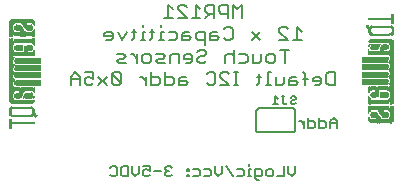
<source format=gbr>
G04 EAGLE Gerber RS-274X export*
G75*
%MOMM*%
%FSLAX34Y34*%
%LPD*%
%INSilkscreen Bottom*%
%IPPOS*%
%AMOC8*
5,1,8,0,0,1.08239X$1,22.5*%
G01*
%ADD10C,0.152400*%
%ADD11C,0.127000*%
%ADD12R,0.022863X0.462278*%
%ADD13R,0.022863X0.462281*%
%ADD14R,0.022863X0.436881*%
%ADD15R,0.023113X0.462278*%
%ADD16R,0.023113X0.462281*%
%ADD17R,0.023113X0.436881*%
%ADD18R,0.023116X0.462278*%
%ADD19R,0.023116X0.462281*%
%ADD20R,0.023116X0.436881*%
%ADD21R,0.023113X0.022863*%
%ADD22R,0.023116X0.091441*%
%ADD23R,0.023113X0.139700*%
%ADD24R,0.023116X0.185419*%
%ADD25R,0.023113X0.254000*%
%ADD26R,0.023113X0.299719*%
%ADD27R,0.023116X0.345438*%
%ADD28R,0.023113X0.391159*%
%ADD29R,0.023116X0.393700*%
%ADD30R,0.022863X0.325119*%
%ADD31R,0.022863X0.599438*%
%ADD32R,0.022863X0.622300*%
%ADD33R,0.022863X0.530859*%
%ADD34R,0.022863X0.439422*%
%ADD35R,0.022863X0.231138*%
%ADD36R,0.022863X0.071119*%
%ADD37R,0.022863X0.533400*%
%ADD38R,0.022863X0.208281*%
%ADD39R,0.023113X0.345441*%
%ADD40R,0.023113X0.576578*%
%ADD41R,0.023113X0.599438*%
%ADD42R,0.023113X0.508000*%
%ADD43R,0.023113X0.416563*%
%ADD44R,0.023113X0.208278*%
%ADD45R,0.023113X0.553722*%
%ADD46R,0.023113X0.208281*%
%ADD47R,0.023116X0.345441*%
%ADD48R,0.023116X0.530859*%
%ADD49R,0.023116X0.370841*%
%ADD50R,0.023116X0.162559*%
%ADD51R,0.023116X0.576581*%
%ADD52R,0.023116X0.208281*%
%ADD53R,0.023113X0.322578*%
%ADD54R,0.023113X0.485137*%
%ADD55R,0.023113X0.416559*%
%ADD56R,0.023113X0.347981*%
%ADD57R,0.023113X0.116838*%
%ADD58R,0.023113X0.647700*%
%ADD59R,0.023116X0.322581*%
%ADD60R,0.023116X0.485137*%
%ADD61R,0.023116X0.093978*%
%ADD62R,0.023116X0.231141*%
%ADD63R,0.023116X0.693419*%
%ADD64R,0.023113X0.322581*%
%ADD65R,0.023113X0.439419*%
%ADD66R,0.023113X0.370841*%
%ADD67R,0.023113X0.299722*%
%ADD68R,0.023113X0.045719*%
%ADD69R,0.023113X0.739138*%
%ADD70R,0.023113X0.414019*%
%ADD71R,0.023113X0.347978*%
%ADD72R,0.023113X0.762000*%
%ADD73R,0.023116X0.414019*%
%ADD74R,0.023116X0.182881*%
%ADD75R,0.023116X0.347978*%
%ADD76R,0.023116X0.276863*%
%ADD77R,0.023116X0.116841*%
%ADD78R,0.023116X0.276859*%
%ADD79R,0.023116X0.784863*%
%ADD80R,0.023113X0.325119*%
%ADD81R,0.023113X0.276863*%
%ADD82R,0.023113X0.276859*%
%ADD83R,0.023116X0.325119*%
%ADD84R,0.023116X0.391159*%
%ADD85R,0.023116X0.302259*%
%ADD86R,0.023116X0.254000*%
%ADD87R,0.023113X0.302259*%
%ADD88R,0.023113X0.393700*%
%ADD89R,0.023113X0.231141*%
%ADD90R,0.022863X0.302259*%
%ADD91R,0.022863X0.439419*%
%ADD92R,0.022863X0.368300*%
%ADD93R,0.022863X0.391159*%
%ADD94R,0.022863X0.416559*%
%ADD95R,0.022863X0.276863*%
%ADD96R,0.022863X0.205741*%
%ADD97R,0.023113X0.368300*%
%ADD98R,0.023113X0.205741*%
%ADD99R,0.023116X0.368300*%
%ADD100R,0.023116X0.205741*%
%ADD101R,0.023113X0.182881*%
%ADD102R,0.022863X0.276859*%
%ADD103R,0.022863X0.182881*%
%ADD104R,0.023113X0.924559*%
%ADD105R,0.023116X0.924559*%
%ADD106R,0.023113X0.901700*%
%ADD107R,0.023116X0.901700*%
%ADD108R,0.023113X0.878841*%
%ADD109R,0.023116X0.855981*%
%ADD110R,0.023113X0.833119*%
%ADD111R,0.022863X0.787400*%
%ADD112R,0.022863X0.414019*%
%ADD113R,0.022863X0.924559*%
%ADD114R,0.023113X0.739141*%
%ADD115R,0.023116X0.716281*%
%ADD116R,0.023116X0.299722*%
%ADD117R,0.023113X0.670559*%
%ADD118R,0.023116X0.647700*%
%ADD119R,0.023116X0.508000*%
%ADD120R,0.023116X0.299719*%
%ADD121R,0.023113X0.601981*%
%ADD122R,0.023113X0.530859*%
%ADD123R,0.023113X0.231138*%
%ADD124R,0.023113X0.556259*%
%ADD125R,0.023113X0.185419*%
%ADD126R,0.023116X0.533400*%
%ADD127R,0.023116X0.599438*%
%ADD128R,0.023116X0.416563*%
%ADD129R,0.023116X0.116838*%
%ADD130R,0.023113X0.485141*%
%ADD131R,0.023113X0.645159*%
%ADD132R,0.023113X0.716278*%
%ADD133R,0.022863X0.393700*%
%ADD134R,0.022863X0.762000*%
%ADD135R,0.022863X0.624841*%
%ADD136R,0.023113X0.784859*%
%ADD137R,0.023113X0.693422*%
%ADD138R,0.023116X0.830578*%
%ADD139R,0.023116X0.739141*%
%ADD140R,0.023113X0.876300*%
%ADD141R,0.023113X0.807722*%
%ADD142R,0.023116X0.899159*%
%ADD143R,0.023116X0.878841*%
%ADD144R,0.023113X0.922019*%
%ADD145R,0.023113X0.947419*%
%ADD146R,0.023116X0.970278*%
%ADD147R,0.023113X0.970278*%
%ADD148R,0.023116X0.439419*%
%ADD149R,0.022863X0.299722*%
%ADD150R,0.023116X0.416559*%
%ADD151R,0.023116X0.347981*%
%ADD152R,0.023113X0.137159*%
%ADD153R,0.023113X0.093978*%
%ADD154R,0.023113X0.091441*%
%ADD155R,0.023113X0.093981*%
%ADD156R,0.023113X0.114300*%
%ADD157R,0.023116X0.045719*%
%ADD158R,0.023116X0.045722*%
%ADD159R,0.023113X0.071119*%
%ADD160R,0.023113X0.116841*%
%ADD161R,0.023116X0.139700*%
%ADD162R,0.022863X0.322581*%
%ADD163R,0.022863X0.345441*%
%ADD164R,0.022863X0.162559*%
%ADD165R,0.022863X0.576581*%
%ADD166R,0.023113X0.668019*%
%ADD167R,0.023113X0.533400*%
%ADD168R,0.023116X1.455419*%
%ADD169R,0.023116X5.519419*%
%ADD170R,0.023113X1.455419*%
%ADD171R,0.023113X5.519419*%
%ADD172R,0.023116X5.494019*%
%ADD173R,0.023113X1.430019*%
%ADD174R,0.023113X5.494019*%
%ADD175R,0.023116X1.430019*%
%ADD176R,0.023116X5.471159*%
%ADD177R,0.023116X0.762000*%
%ADD178R,0.023113X1.407159*%
%ADD179R,0.023113X5.471159*%
%ADD180R,0.022863X1.384300*%
%ADD181R,0.022863X5.448300*%
%ADD182R,0.022863X0.716278*%
%ADD183R,0.022863X0.878841*%
%ADD184R,0.023113X1.361438*%
%ADD185R,0.023113X5.425438*%
%ADD186R,0.023116X1.338578*%
%ADD187R,0.023116X5.402578*%
%ADD188R,0.023116X0.624841*%
%ADD189R,0.023113X1.292859*%
%ADD190R,0.023113X5.356859*%
%ADD191R,0.023116X1.224278*%
%ADD192R,0.023116X5.288278*%
%ADD193C,0.203200*%


D10*
X199420Y137287D02*
X199420Y148473D01*
X195692Y144744D01*
X191963Y148473D01*
X191963Y137287D01*
X187726Y137287D02*
X187726Y148473D01*
X182133Y148473D01*
X180269Y146608D01*
X180269Y142880D01*
X182133Y141016D01*
X187726Y141016D01*
X176032Y137287D02*
X176032Y148473D01*
X170439Y148473D01*
X168575Y146608D01*
X168575Y142880D01*
X170439Y141016D01*
X176032Y141016D01*
X172304Y141016D02*
X168575Y137287D01*
X164338Y144744D02*
X160610Y148473D01*
X160610Y137287D01*
X164338Y137287D02*
X156881Y137287D01*
X152644Y137287D02*
X145187Y137287D01*
X152644Y137287D02*
X145187Y144744D01*
X145187Y146608D01*
X147051Y148473D01*
X150780Y148473D01*
X152644Y146608D01*
X140950Y144744D02*
X137222Y148473D01*
X137222Y137287D01*
X140950Y137287D02*
X133493Y137287D01*
X246365Y129423D02*
X250094Y125694D01*
X246365Y129423D02*
X246365Y118237D01*
X242637Y118237D02*
X250094Y118237D01*
X238400Y118237D02*
X230943Y118237D01*
X238400Y118237D02*
X230943Y125694D01*
X230943Y127558D01*
X232807Y129423D01*
X236536Y129423D01*
X238400Y127558D01*
X215012Y125694D02*
X207555Y118237D01*
X215012Y118237D02*
X207555Y125694D01*
X186031Y129423D02*
X184167Y127558D01*
X186031Y129423D02*
X189760Y129423D01*
X191624Y127558D01*
X191624Y120101D01*
X189760Y118237D01*
X186031Y118237D01*
X184167Y120101D01*
X178066Y125694D02*
X174337Y125694D01*
X172473Y123830D01*
X172473Y118237D01*
X178066Y118237D01*
X179930Y120101D01*
X178066Y121966D01*
X172473Y121966D01*
X168236Y125694D02*
X168236Y114509D01*
X168236Y125694D02*
X162643Y125694D01*
X160779Y123830D01*
X160779Y120101D01*
X162643Y118237D01*
X168236Y118237D01*
X154678Y125694D02*
X150949Y125694D01*
X149085Y123830D01*
X149085Y118237D01*
X154678Y118237D01*
X156542Y120101D01*
X154678Y121966D01*
X149085Y121966D01*
X142984Y125694D02*
X137391Y125694D01*
X142984Y125694D02*
X144848Y123830D01*
X144848Y120101D01*
X142984Y118237D01*
X137391Y118237D01*
X133154Y125694D02*
X131290Y125694D01*
X131290Y118237D01*
X133154Y118237D02*
X129426Y118237D01*
X131290Y129423D02*
X131290Y131287D01*
X123494Y127558D02*
X123494Y120101D01*
X121630Y118237D01*
X121630Y125694D02*
X125358Y125694D01*
X117562Y125694D02*
X115698Y125694D01*
X115698Y118237D01*
X117562Y118237D02*
X113834Y118237D01*
X115698Y129423D02*
X115698Y131287D01*
X107902Y127558D02*
X107902Y120101D01*
X106038Y118237D01*
X106038Y125694D02*
X109766Y125694D01*
X101970Y125694D02*
X98242Y118237D01*
X94513Y125694D01*
X88412Y118237D02*
X84684Y118237D01*
X88412Y118237D02*
X90276Y120101D01*
X90276Y123830D01*
X88412Y125694D01*
X84684Y125694D01*
X82819Y123830D01*
X82819Y121966D01*
X90276Y121966D01*
X235646Y110373D02*
X235646Y99187D01*
X239374Y110373D02*
X231917Y110373D01*
X225816Y99187D02*
X222088Y99187D01*
X220223Y101051D01*
X220223Y104780D01*
X222088Y106644D01*
X225816Y106644D01*
X227681Y104780D01*
X227681Y101051D01*
X225816Y99187D01*
X215987Y101051D02*
X215987Y106644D01*
X215987Y101051D02*
X214122Y99187D01*
X208530Y99187D01*
X208530Y106644D01*
X202428Y106644D02*
X196836Y106644D01*
X202428Y106644D02*
X204293Y104780D01*
X204293Y101051D01*
X202428Y99187D01*
X196836Y99187D01*
X192599Y99187D02*
X192599Y110373D01*
X190734Y106644D02*
X192599Y104780D01*
X190734Y106644D02*
X187006Y106644D01*
X185142Y104780D01*
X185142Y99187D01*
X163618Y110373D02*
X161754Y108508D01*
X163618Y110373D02*
X167346Y110373D01*
X169211Y108508D01*
X169211Y106644D01*
X167346Y104780D01*
X163618Y104780D01*
X161754Y102916D01*
X161754Y101051D01*
X163618Y99187D01*
X167346Y99187D01*
X169211Y101051D01*
X155652Y99187D02*
X151924Y99187D01*
X155652Y99187D02*
X157517Y101051D01*
X157517Y104780D01*
X155652Y106644D01*
X151924Y106644D01*
X150060Y104780D01*
X150060Y102916D01*
X157517Y102916D01*
X145823Y106644D02*
X145823Y99187D01*
X145823Y106644D02*
X140230Y106644D01*
X138366Y104780D01*
X138366Y99187D01*
X134129Y99187D02*
X128536Y99187D01*
X126672Y101051D01*
X128536Y102916D01*
X132265Y102916D01*
X134129Y104780D01*
X132265Y106644D01*
X126672Y106644D01*
X120571Y99187D02*
X116842Y99187D01*
X114978Y101051D01*
X114978Y104780D01*
X116842Y106644D01*
X120571Y106644D01*
X122435Y104780D01*
X122435Y101051D01*
X120571Y99187D01*
X110741Y99187D02*
X110741Y106644D01*
X110741Y102916D02*
X107012Y106644D01*
X105148Y106644D01*
X100996Y99187D02*
X95403Y99187D01*
X93539Y101051D01*
X95403Y102916D01*
X99132Y102916D01*
X100996Y104780D01*
X99132Y106644D01*
X93539Y106644D01*
X278354Y91323D02*
X278354Y80137D01*
X272762Y80137D01*
X270897Y82001D01*
X270897Y89458D01*
X272762Y91323D01*
X278354Y91323D01*
X264796Y80137D02*
X261068Y80137D01*
X264796Y80137D02*
X266660Y82001D01*
X266660Y85730D01*
X264796Y87594D01*
X261068Y87594D01*
X259203Y85730D01*
X259203Y83866D01*
X266660Y83866D01*
X253102Y80137D02*
X253102Y89458D01*
X251238Y91323D01*
X251238Y85730D02*
X254967Y85730D01*
X245306Y87594D02*
X241578Y87594D01*
X239714Y85730D01*
X239714Y80137D01*
X245306Y80137D01*
X247171Y82001D01*
X245306Y83866D01*
X239714Y83866D01*
X235477Y82001D02*
X235477Y87594D01*
X235477Y82001D02*
X233612Y80137D01*
X228020Y80137D01*
X228020Y87594D01*
X223783Y91323D02*
X221918Y91323D01*
X221918Y80137D01*
X220054Y80137D02*
X223783Y80137D01*
X214122Y82001D02*
X214122Y89458D01*
X214122Y82001D02*
X212258Y80137D01*
X212258Y87594D02*
X215987Y87594D01*
X196497Y80137D02*
X192768Y80137D01*
X194632Y80137D02*
X194632Y91323D01*
X192768Y91323D02*
X196497Y91323D01*
X188701Y80137D02*
X181244Y80137D01*
X188701Y80137D02*
X181244Y87594D01*
X181244Y89458D01*
X183108Y91323D01*
X186836Y91323D01*
X188701Y89458D01*
X171414Y91323D02*
X169550Y89458D01*
X171414Y91323D02*
X175143Y91323D01*
X177007Y89458D01*
X177007Y82001D01*
X175143Y80137D01*
X171414Y80137D01*
X169550Y82001D01*
X151755Y87594D02*
X148026Y87594D01*
X146162Y85730D01*
X146162Y80137D01*
X151755Y80137D01*
X153619Y82001D01*
X151755Y83866D01*
X146162Y83866D01*
X134468Y80137D02*
X134468Y91323D01*
X134468Y80137D02*
X140061Y80137D01*
X141925Y82001D01*
X141925Y85730D01*
X140061Y87594D01*
X134468Y87594D01*
X122774Y91323D02*
X122774Y80137D01*
X128367Y80137D01*
X130231Y82001D01*
X130231Y85730D01*
X128367Y87594D01*
X122774Y87594D01*
X118537Y87594D02*
X118537Y80137D01*
X118537Y83866D02*
X114808Y87594D01*
X112944Y87594D01*
X97098Y89458D02*
X97098Y82001D01*
X97098Y89458D02*
X95234Y91323D01*
X91505Y91323D01*
X89641Y89458D01*
X89641Y82001D01*
X91505Y80137D01*
X95234Y80137D01*
X97098Y82001D01*
X89641Y89458D01*
X85404Y87594D02*
X77947Y80137D01*
X85404Y80137D02*
X77947Y87594D01*
X73710Y91323D02*
X66253Y91323D01*
X73710Y91323D02*
X73710Y85730D01*
X69982Y87594D01*
X68117Y87594D01*
X66253Y85730D01*
X66253Y82001D01*
X68117Y80137D01*
X71846Y80137D01*
X73710Y82001D01*
X62016Y80137D02*
X62016Y87594D01*
X58288Y91323D01*
X54559Y87594D01*
X54559Y80137D01*
X54559Y85730D02*
X62016Y85730D01*
D11*
X244764Y12073D02*
X244764Y6141D01*
X241798Y3175D01*
X238832Y6141D01*
X238832Y12073D01*
X235409Y12073D02*
X235409Y3175D01*
X229477Y3175D01*
X224570Y3175D02*
X221605Y3175D01*
X220122Y4658D01*
X220122Y7624D01*
X221605Y9107D01*
X224570Y9107D01*
X226053Y7624D01*
X226053Y4658D01*
X224570Y3175D01*
X213732Y209D02*
X212249Y209D01*
X210766Y1692D01*
X210766Y9107D01*
X215215Y9107D01*
X216698Y7624D01*
X216698Y4658D01*
X215215Y3175D01*
X210766Y3175D01*
X207343Y9107D02*
X205860Y9107D01*
X205860Y3175D01*
X207343Y3175D02*
X204377Y3175D01*
X205860Y12073D02*
X205860Y13556D01*
X199623Y9107D02*
X195175Y9107D01*
X199623Y9107D02*
X201106Y7624D01*
X201106Y4658D01*
X199623Y3175D01*
X195175Y3175D01*
X191751Y3175D02*
X185819Y12073D01*
X182396Y12073D02*
X182396Y6141D01*
X179430Y3175D01*
X176464Y6141D01*
X176464Y12073D01*
X171558Y9107D02*
X167109Y9107D01*
X171558Y9107D02*
X173041Y7624D01*
X173041Y4658D01*
X171558Y3175D01*
X167109Y3175D01*
X162203Y9107D02*
X157754Y9107D01*
X162203Y9107D02*
X163685Y7624D01*
X163685Y4658D01*
X162203Y3175D01*
X157754Y3175D01*
X154330Y9107D02*
X152847Y9107D01*
X152847Y7624D01*
X154330Y7624D01*
X154330Y9107D01*
X154330Y4658D02*
X152847Y4658D01*
X152847Y3175D01*
X154330Y3175D01*
X154330Y4658D01*
X140298Y10590D02*
X138815Y12073D01*
X135849Y12073D01*
X134366Y10590D01*
X134366Y9107D01*
X135849Y7624D01*
X137332Y7624D01*
X135849Y7624D02*
X134366Y6141D01*
X134366Y4658D01*
X135849Y3175D01*
X138815Y3175D01*
X140298Y4658D01*
X130942Y7624D02*
X125011Y7624D01*
X121587Y12073D02*
X115655Y12073D01*
X121587Y12073D02*
X121587Y7624D01*
X118621Y9107D01*
X117138Y9107D01*
X115655Y7624D01*
X115655Y4658D01*
X117138Y3175D01*
X120104Y3175D01*
X121587Y4658D01*
X112232Y6141D02*
X112232Y12073D01*
X112232Y6141D02*
X109266Y3175D01*
X106300Y6141D01*
X106300Y12073D01*
X102877Y12073D02*
X102877Y3175D01*
X98428Y3175D01*
X96945Y4658D01*
X96945Y10590D01*
X98428Y12073D01*
X102877Y12073D01*
X89073Y12073D02*
X87590Y10590D01*
X89073Y12073D02*
X92039Y12073D01*
X93522Y10590D01*
X93522Y4658D01*
X92039Y3175D01*
X89073Y3175D01*
X87590Y4658D01*
X280186Y43815D02*
X280186Y49747D01*
X277220Y52713D01*
X274254Y49747D01*
X274254Y43815D01*
X274254Y48264D02*
X280186Y48264D01*
X264899Y52713D02*
X264899Y43815D01*
X269348Y43815D01*
X270831Y45298D01*
X270831Y48264D01*
X269348Y49747D01*
X264899Y49747D01*
X255544Y52713D02*
X255544Y43815D01*
X259993Y43815D01*
X261475Y45298D01*
X261475Y48264D01*
X259993Y49747D01*
X255544Y49747D01*
X252120Y49747D02*
X252120Y43815D01*
X252120Y46781D02*
X249154Y49747D01*
X247671Y49747D01*
D12*
X302260Y83007D03*
D13*
X302260Y89256D03*
X302260Y95479D03*
D14*
X302260Y101829D03*
D15*
X302490Y83007D03*
D16*
X302490Y89256D03*
X302490Y95479D03*
D17*
X302490Y101829D03*
D18*
X302721Y83007D03*
D19*
X302721Y89256D03*
X302721Y95479D03*
D20*
X302721Y101829D03*
D15*
X302952Y83007D03*
D16*
X302952Y89256D03*
X302952Y95479D03*
D17*
X302952Y101829D03*
D18*
X303183Y83007D03*
D19*
X303183Y89256D03*
X303183Y95479D03*
D20*
X303183Y101829D03*
D15*
X303414Y83007D03*
D16*
X303414Y89256D03*
X303414Y95479D03*
D17*
X303414Y101829D03*
D15*
X303646Y83007D03*
D16*
X303646Y89256D03*
X303646Y95479D03*
D17*
X303646Y101829D03*
D18*
X303877Y83007D03*
D19*
X303877Y89256D03*
X303877Y95479D03*
D20*
X303877Y101829D03*
D15*
X304108Y83007D03*
D16*
X304108Y89256D03*
X304108Y95479D03*
D17*
X304108Y101829D03*
D18*
X304339Y83007D03*
D19*
X304339Y89256D03*
X304339Y95479D03*
D20*
X304339Y101829D03*
D15*
X304570Y83007D03*
D16*
X304570Y89256D03*
X304570Y95479D03*
D17*
X304570Y101829D03*
D12*
X304800Y83007D03*
D13*
X304800Y89256D03*
X304800Y95479D03*
D14*
X304800Y101829D03*
D15*
X305030Y83007D03*
D16*
X305030Y89256D03*
X305030Y95479D03*
D17*
X305030Y101829D03*
D21*
X305030Y130239D03*
D18*
X305261Y83007D03*
D19*
X305261Y89256D03*
X305261Y95479D03*
D20*
X305261Y101829D03*
D22*
X305261Y130124D03*
D15*
X305492Y83007D03*
D16*
X305492Y89256D03*
X305492Y95479D03*
D17*
X305492Y101829D03*
D23*
X305492Y129883D03*
D18*
X305723Y83007D03*
D19*
X305723Y89256D03*
X305723Y95479D03*
D20*
X305723Y101829D03*
D24*
X305723Y129883D03*
D15*
X305954Y83007D03*
D16*
X305954Y89256D03*
X305954Y95479D03*
D17*
X305954Y101829D03*
D25*
X305954Y129769D03*
D15*
X306186Y83007D03*
D16*
X306186Y89256D03*
X306186Y95479D03*
D17*
X306186Y101829D03*
D26*
X306186Y129540D03*
D18*
X306417Y83007D03*
D19*
X306417Y89256D03*
X306417Y95479D03*
D20*
X306417Y101829D03*
D27*
X306417Y129540D03*
D28*
X306648Y129311D03*
D29*
X306879Y128842D03*
D15*
X307110Y127813D03*
D30*
X307340Y51841D03*
D31*
X307340Y59690D03*
D32*
X307340Y67424D03*
D33*
X307340Y76441D03*
D12*
X307340Y83007D03*
D13*
X307340Y89256D03*
X307340Y95479D03*
D14*
X307340Y101829D03*
D34*
X307340Y108064D03*
D35*
X307340Y113729D03*
D36*
X307340Y116840D03*
D37*
X307340Y127000D03*
D38*
X307340Y136246D03*
D39*
X307570Y51486D03*
D40*
X307570Y59804D03*
D41*
X307570Y67310D03*
D42*
X307570Y76556D03*
D15*
X307570Y83007D03*
D16*
X307570Y89256D03*
X307570Y95479D03*
D17*
X307570Y101829D03*
D43*
X307570Y107950D03*
D44*
X307570Y113843D03*
D23*
X307570Y117183D03*
D45*
X307570Y126416D03*
D46*
X307570Y136246D03*
D47*
X307801Y51029D03*
D48*
X307801Y60033D03*
X307801Y66967D03*
D18*
X307801Y76784D03*
X307801Y83007D03*
D19*
X307801Y89256D03*
X307801Y95479D03*
D20*
X307801Y101829D03*
D49*
X307801Y107721D03*
D50*
X307801Y114071D03*
D24*
X307801Y117412D03*
D51*
X307801Y126302D03*
D52*
X307801Y136246D03*
D53*
X308032Y50686D03*
D54*
X308032Y60262D03*
D42*
X308032Y66853D03*
D55*
X308032Y77013D03*
D15*
X308032Y83007D03*
D16*
X308032Y89256D03*
X308032Y95479D03*
D17*
X308032Y101829D03*
D56*
X308032Y107607D03*
D57*
X308032Y114300D03*
D44*
X308032Y117526D03*
D58*
X308032Y126429D03*
D46*
X308032Y136246D03*
D59*
X308263Y50457D03*
D18*
X308263Y60376D03*
D60*
X308263Y66739D03*
D29*
X308263Y77127D03*
D18*
X308263Y83007D03*
D19*
X308263Y89256D03*
X308263Y95479D03*
D20*
X308263Y101829D03*
D59*
X308263Y107480D03*
D61*
X308263Y114414D03*
D62*
X308263Y117640D03*
D63*
X308263Y126429D03*
D52*
X308263Y136246D03*
D64*
X308494Y50229D03*
D65*
X308494Y60490D03*
D15*
X308494Y66624D03*
D66*
X308494Y77241D03*
D15*
X308494Y83007D03*
D16*
X308494Y89256D03*
X308494Y95479D03*
D17*
X308494Y101829D03*
D67*
X308494Y107366D03*
D68*
X308494Y114656D03*
D25*
X308494Y117754D03*
D69*
X308494Y126429D03*
D46*
X308494Y136246D03*
D64*
X308726Y50000D03*
D70*
X308726Y60617D03*
D65*
X308726Y66510D03*
D71*
X308726Y77356D03*
D15*
X308726Y83007D03*
D16*
X308726Y89256D03*
X308726Y95479D03*
D17*
X308726Y101829D03*
D67*
X308726Y107366D03*
D25*
X308726Y117754D03*
D72*
X308726Y126314D03*
D46*
X308726Y136246D03*
D59*
X308957Y50000D03*
D62*
X308957Y55080D03*
D73*
X308957Y60617D03*
X308957Y66383D03*
D74*
X308957Y72161D03*
D75*
X308957Y77356D03*
D18*
X308957Y83007D03*
D19*
X308957Y89256D03*
X308957Y95479D03*
D20*
X308957Y101829D03*
D76*
X308957Y107252D03*
D77*
X308957Y111989D03*
D78*
X308957Y117869D03*
D79*
X308957Y126429D03*
D52*
X308957Y136246D03*
D80*
X309188Y49759D03*
D64*
X309188Y55080D03*
D28*
X309188Y60731D03*
D70*
X309188Y66383D03*
D80*
X309188Y72161D03*
X309188Y77470D03*
D15*
X309188Y83007D03*
D16*
X309188Y89256D03*
X309188Y95479D03*
D17*
X309188Y101829D03*
D81*
X309188Y107252D03*
D82*
X309188Y112103D03*
X309188Y117869D03*
D81*
X309188Y123889D03*
D82*
X309188Y129197D03*
D46*
X309188Y136246D03*
D83*
X309419Y49759D03*
D49*
X309419Y55067D03*
D84*
X309419Y60731D03*
D73*
X309419Y66383D03*
D49*
X309419Y72161D03*
D83*
X309419Y77470D03*
D18*
X309419Y83007D03*
D19*
X309419Y89256D03*
X309419Y95479D03*
D20*
X309419Y101829D03*
D76*
X309419Y107252D03*
D47*
X309419Y112217D03*
D85*
X309419Y117996D03*
D86*
X309419Y123546D03*
D62*
X309419Y129426D03*
D52*
X309419Y136246D03*
D80*
X309650Y49759D03*
D55*
X309650Y55067D03*
D28*
X309650Y60731D03*
X309650Y66269D03*
D55*
X309650Y72161D03*
D87*
X309650Y77584D03*
D15*
X309650Y83007D03*
D16*
X309650Y89256D03*
X309650Y95479D03*
D17*
X309650Y101829D03*
D81*
X309650Y107252D03*
D88*
X309650Y112459D03*
D87*
X309650Y117996D03*
D89*
X309650Y123431D03*
D46*
X309650Y129540D03*
X309650Y136246D03*
D90*
X309880Y49644D03*
D91*
X309880Y54953D03*
D92*
X309880Y60846D03*
D93*
X309880Y66269D03*
D94*
X309880Y72161D03*
D90*
X309880Y77584D03*
D12*
X309880Y83007D03*
D13*
X309880Y89256D03*
X309880Y95479D03*
D14*
X309880Y101829D03*
D95*
X309880Y107252D03*
D91*
X309880Y112459D03*
D90*
X309880Y117996D03*
D96*
X309880Y123304D03*
D38*
X309880Y129540D03*
X309880Y136246D03*
D87*
X310110Y49644D03*
D15*
X310110Y55067D03*
D97*
X310110Y60846D03*
D28*
X310110Y66269D03*
D16*
X310110Y72161D03*
D87*
X310110Y77584D03*
D15*
X310110Y83007D03*
D16*
X310110Y89256D03*
X310110Y95479D03*
D17*
X310110Y101829D03*
D81*
X310110Y107252D03*
D15*
X310110Y112573D03*
D87*
X310110Y117996D03*
D98*
X310110Y123304D03*
D46*
X310110Y129769D03*
X310110Y136246D03*
D85*
X310341Y49644D03*
D18*
X310341Y55067D03*
D99*
X310341Y60846D03*
D84*
X310341Y66269D03*
D19*
X310341Y72161D03*
D85*
X310341Y77584D03*
D18*
X310341Y83007D03*
D19*
X310341Y89256D03*
X310341Y95479D03*
D20*
X310341Y101829D03*
D76*
X310341Y107252D03*
D18*
X310341Y112573D03*
D85*
X310341Y117996D03*
D100*
X310341Y123304D03*
D52*
X310341Y129769D03*
X310341Y136246D03*
D87*
X310572Y49644D03*
D15*
X310572Y55067D03*
D97*
X310572Y60846D03*
X310572Y66154D03*
D16*
X310572Y72161D03*
D87*
X310572Y77584D03*
D15*
X310572Y83007D03*
D16*
X310572Y89256D03*
X310572Y95479D03*
D17*
X310572Y101829D03*
D81*
X310572Y107252D03*
D15*
X310572Y112573D03*
D87*
X310572Y117996D03*
D98*
X310572Y123304D03*
D46*
X310572Y129769D03*
X310572Y136246D03*
D85*
X310803Y49644D03*
D18*
X310803Y55067D03*
D99*
X310803Y60846D03*
X310803Y66154D03*
D19*
X310803Y72161D03*
D85*
X310803Y77584D03*
D18*
X310803Y83007D03*
D19*
X310803Y89256D03*
X310803Y95479D03*
D20*
X310803Y101829D03*
D76*
X310803Y107252D03*
D18*
X310803Y112573D03*
D85*
X310803Y117996D03*
D74*
X310803Y123190D03*
D52*
X310803Y129769D03*
X310803Y136246D03*
D87*
X311034Y49644D03*
D15*
X311034Y55067D03*
D97*
X311034Y60846D03*
X311034Y66154D03*
D16*
X311034Y72161D03*
D87*
X311034Y77584D03*
D15*
X311034Y83007D03*
D16*
X311034Y89256D03*
X311034Y95479D03*
D17*
X311034Y101829D03*
D81*
X311034Y107252D03*
D15*
X311034Y112573D03*
D87*
X311034Y117996D03*
D101*
X311034Y123190D03*
D46*
X311034Y129769D03*
X311034Y136246D03*
D87*
X311266Y49644D03*
D15*
X311266Y55067D03*
D97*
X311266Y60846D03*
X311266Y66154D03*
D16*
X311266Y72161D03*
D82*
X311266Y77711D03*
D15*
X311266Y83007D03*
D16*
X311266Y89256D03*
X311266Y95479D03*
D17*
X311266Y101829D03*
D81*
X311266Y107252D03*
D15*
X311266Y112573D03*
D87*
X311266Y117996D03*
D101*
X311266Y123190D03*
D46*
X311266Y129769D03*
X311266Y136246D03*
D85*
X311497Y49644D03*
D18*
X311497Y55067D03*
D99*
X311497Y60846D03*
X311497Y66154D03*
D19*
X311497Y72161D03*
D78*
X311497Y77711D03*
D18*
X311497Y83007D03*
D19*
X311497Y89256D03*
X311497Y95479D03*
D20*
X311497Y101829D03*
D76*
X311497Y107252D03*
D18*
X311497Y112573D03*
D85*
X311497Y117996D03*
D74*
X311497Y123190D03*
D52*
X311497Y129769D03*
X311497Y136246D03*
D87*
X311728Y49644D03*
D15*
X311728Y55067D03*
D97*
X311728Y60846D03*
X311728Y66154D03*
D16*
X311728Y72161D03*
D82*
X311728Y77711D03*
D15*
X311728Y83007D03*
D16*
X311728Y89256D03*
X311728Y95479D03*
D17*
X311728Y101829D03*
D81*
X311728Y107252D03*
D15*
X311728Y112573D03*
D87*
X311728Y117996D03*
D101*
X311728Y123190D03*
D46*
X311728Y129769D03*
X311728Y136246D03*
D85*
X311959Y49644D03*
D18*
X311959Y55067D03*
D99*
X311959Y60846D03*
X311959Y66154D03*
D19*
X311959Y72161D03*
D78*
X311959Y77711D03*
D18*
X311959Y83007D03*
D19*
X311959Y89256D03*
X311959Y95479D03*
D20*
X311959Y101829D03*
D76*
X311959Y107252D03*
D18*
X311959Y112573D03*
D85*
X311959Y117996D03*
D74*
X311959Y123190D03*
D52*
X311959Y129769D03*
X311959Y136246D03*
D87*
X312190Y49644D03*
D15*
X312190Y55067D03*
D97*
X312190Y60846D03*
X312190Y66154D03*
D16*
X312190Y72161D03*
D82*
X312190Y77711D03*
D15*
X312190Y83007D03*
D16*
X312190Y89256D03*
X312190Y95479D03*
D17*
X312190Y101829D03*
D81*
X312190Y107252D03*
D15*
X312190Y112573D03*
D87*
X312190Y117996D03*
D101*
X312190Y123190D03*
D46*
X312190Y129769D03*
X312190Y136246D03*
D90*
X312420Y49644D03*
D12*
X312420Y55067D03*
D92*
X312420Y60846D03*
X312420Y66154D03*
D13*
X312420Y72161D03*
D102*
X312420Y77711D03*
D12*
X312420Y83007D03*
D13*
X312420Y89256D03*
X312420Y95479D03*
D14*
X312420Y101829D03*
D95*
X312420Y107252D03*
D12*
X312420Y112573D03*
D90*
X312420Y117996D03*
D103*
X312420Y123190D03*
D38*
X312420Y129769D03*
X312420Y136246D03*
D87*
X312650Y49644D03*
D15*
X312650Y55067D03*
D97*
X312650Y60846D03*
X312650Y66154D03*
D16*
X312650Y72161D03*
D82*
X312650Y77711D03*
D15*
X312650Y83007D03*
D16*
X312650Y89256D03*
X312650Y95479D03*
D17*
X312650Y101829D03*
D81*
X312650Y107252D03*
D15*
X312650Y112573D03*
D87*
X312650Y117996D03*
D101*
X312650Y123190D03*
D46*
X312650Y129769D03*
X312650Y136246D03*
D85*
X312881Y49644D03*
D18*
X312881Y55067D03*
D99*
X312881Y60846D03*
X312881Y66154D03*
D19*
X312881Y72161D03*
D78*
X312881Y77711D03*
D18*
X312881Y83007D03*
D19*
X312881Y89256D03*
X312881Y95479D03*
D20*
X312881Y101829D03*
D76*
X312881Y107252D03*
D18*
X312881Y112573D03*
D85*
X312881Y117996D03*
D74*
X312881Y123190D03*
D52*
X312881Y129769D03*
X312881Y136246D03*
D87*
X313112Y49644D03*
D15*
X313112Y55067D03*
D97*
X313112Y60846D03*
X313112Y66154D03*
D104*
X313112Y74473D03*
D15*
X313112Y83007D03*
D16*
X313112Y89256D03*
X313112Y95479D03*
D17*
X313112Y101829D03*
D81*
X313112Y107252D03*
D15*
X313112Y112573D03*
D87*
X313112Y117996D03*
D101*
X313112Y123190D03*
D46*
X313112Y129769D03*
X313112Y136246D03*
D85*
X313343Y49644D03*
D18*
X313343Y55067D03*
D99*
X313343Y60846D03*
X313343Y66154D03*
D105*
X313343Y74473D03*
D18*
X313343Y83007D03*
D19*
X313343Y89256D03*
X313343Y95479D03*
D20*
X313343Y101829D03*
D76*
X313343Y107252D03*
D18*
X313343Y112573D03*
D85*
X313343Y117996D03*
D74*
X313343Y123190D03*
D52*
X313343Y129769D03*
X313343Y136246D03*
D87*
X313574Y49644D03*
D65*
X313574Y54953D03*
D97*
X313574Y60846D03*
X313574Y66154D03*
D104*
X313574Y74473D03*
D15*
X313574Y83007D03*
D16*
X313574Y89256D03*
X313574Y95479D03*
D17*
X313574Y101829D03*
D81*
X313574Y107252D03*
D15*
X313574Y112573D03*
D87*
X313574Y117996D03*
D101*
X313574Y123190D03*
D46*
X313574Y129769D03*
X313574Y136246D03*
D106*
X313806Y52642D03*
D97*
X313806Y60846D03*
X313806Y66154D03*
D104*
X313806Y74473D03*
D15*
X313806Y83007D03*
D16*
X313806Y89256D03*
X313806Y95479D03*
D17*
X313806Y101829D03*
D81*
X313806Y107252D03*
D15*
X313806Y112573D03*
D87*
X313806Y117996D03*
D101*
X313806Y123190D03*
D46*
X313806Y129769D03*
X313806Y136246D03*
D107*
X314037Y52642D03*
D99*
X314037Y60846D03*
X314037Y66154D03*
D105*
X314037Y74473D03*
D18*
X314037Y83007D03*
D19*
X314037Y89256D03*
X314037Y95479D03*
D20*
X314037Y101829D03*
D76*
X314037Y107252D03*
D18*
X314037Y112573D03*
D85*
X314037Y117996D03*
D74*
X314037Y123190D03*
D52*
X314037Y129769D03*
X314037Y136246D03*
D108*
X314268Y52527D03*
D28*
X314268Y60731D03*
D97*
X314268Y66154D03*
D104*
X314268Y74473D03*
D15*
X314268Y83007D03*
D16*
X314268Y89256D03*
X314268Y95479D03*
D17*
X314268Y101829D03*
D81*
X314268Y107252D03*
D15*
X314268Y112573D03*
D87*
X314268Y117996D03*
D101*
X314268Y123190D03*
D46*
X314268Y129769D03*
X314268Y136246D03*
D109*
X314499Y52413D03*
D84*
X314499Y60731D03*
D99*
X314499Y66154D03*
D105*
X314499Y74473D03*
D18*
X314499Y83007D03*
D19*
X314499Y89256D03*
X314499Y95479D03*
D20*
X314499Y101829D03*
D76*
X314499Y107252D03*
D18*
X314499Y112573D03*
D85*
X314499Y117996D03*
D74*
X314499Y123190D03*
D52*
X314499Y129769D03*
X314499Y136246D03*
D110*
X314730Y52299D03*
D70*
X314730Y60617D03*
D97*
X314730Y66154D03*
D104*
X314730Y74473D03*
D15*
X314730Y83007D03*
D16*
X314730Y89256D03*
X314730Y95479D03*
D17*
X314730Y101829D03*
D81*
X314730Y107252D03*
D65*
X314730Y112687D03*
D87*
X314730Y117996D03*
D101*
X314730Y123190D03*
D46*
X314730Y129769D03*
X314730Y136246D03*
D111*
X314960Y52070D03*
D112*
X314960Y60617D03*
D92*
X314960Y66154D03*
D113*
X314960Y74473D03*
D12*
X314960Y83007D03*
D13*
X314960Y89256D03*
X314960Y95479D03*
D14*
X314960Y101829D03*
D95*
X314960Y107252D03*
D91*
X314960Y112687D03*
D90*
X314960Y117996D03*
D103*
X314960Y123190D03*
D38*
X314960Y129769D03*
X314960Y136246D03*
D114*
X315190Y51829D03*
D65*
X315190Y60490D03*
D97*
X315190Y66154D03*
D104*
X315190Y74473D03*
D15*
X315190Y83007D03*
D16*
X315190Y89256D03*
X315190Y95479D03*
D17*
X315190Y101829D03*
D67*
X315190Y107366D03*
D55*
X315190Y112801D03*
D87*
X315190Y117996D03*
D101*
X315190Y123190D03*
D46*
X315190Y129769D03*
X315190Y136246D03*
D115*
X315421Y51714D03*
D18*
X315421Y60376D03*
D99*
X315421Y66154D03*
D105*
X315421Y74473D03*
D18*
X315421Y83007D03*
D19*
X315421Y89256D03*
X315421Y95479D03*
D20*
X315421Y101829D03*
D116*
X315421Y107366D03*
D29*
X315421Y112916D03*
D85*
X315421Y117996D03*
D74*
X315421Y123190D03*
D52*
X315421Y129769D03*
X315421Y136246D03*
D117*
X315652Y51486D03*
D54*
X315652Y60262D03*
D97*
X315652Y66154D03*
D104*
X315652Y74473D03*
D15*
X315652Y83007D03*
D16*
X315652Y89256D03*
X315652Y95479D03*
D17*
X315652Y101829D03*
D64*
X315652Y107480D03*
D71*
X315652Y113144D03*
D87*
X315652Y117996D03*
D101*
X315652Y123190D03*
D46*
X315652Y129769D03*
X315652Y136246D03*
D118*
X315883Y51372D03*
D119*
X315883Y60147D03*
D99*
X315883Y66154D03*
D78*
X315883Y77711D03*
D18*
X315883Y83007D03*
D19*
X315883Y89256D03*
X315883Y95479D03*
D20*
X315883Y101829D03*
D59*
X315883Y107480D03*
D120*
X315883Y113386D03*
D85*
X315883Y117996D03*
D74*
X315883Y123190D03*
D52*
X315883Y129769D03*
X315883Y136246D03*
D121*
X316114Y51143D03*
D122*
X316114Y60033D03*
D97*
X316114Y66154D03*
D82*
X316114Y77711D03*
D15*
X316114Y83007D03*
D16*
X316114Y89256D03*
X316114Y95479D03*
D17*
X316114Y101829D03*
D56*
X316114Y107607D03*
D123*
X316114Y113729D03*
D87*
X316114Y117996D03*
D101*
X316114Y123190D03*
D46*
X316114Y129769D03*
X316114Y136246D03*
D124*
X316346Y50914D03*
D40*
X316346Y59804D03*
D97*
X316346Y66154D03*
D82*
X316346Y77711D03*
D15*
X316346Y83007D03*
D16*
X316346Y89256D03*
X316346Y95479D03*
D17*
X316346Y101829D03*
D66*
X316346Y107721D03*
D125*
X316346Y113957D03*
D87*
X316346Y117996D03*
D101*
X316346Y123190D03*
D46*
X316346Y129769D03*
X316346Y136246D03*
D126*
X316577Y50800D03*
D127*
X316577Y59690D03*
D99*
X316577Y66154D03*
D78*
X316577Y77711D03*
D18*
X316577Y83007D03*
D19*
X316577Y89256D03*
X316577Y95479D03*
D20*
X316577Y101829D03*
D128*
X316577Y107950D03*
D129*
X316577Y114300D03*
D85*
X316577Y117996D03*
D74*
X316577Y123190D03*
D52*
X316577Y129769D03*
X316577Y136246D03*
D130*
X316808Y50559D03*
D131*
X316808Y59461D03*
D97*
X316808Y66154D03*
D82*
X316808Y77711D03*
D15*
X316808Y83007D03*
D16*
X316808Y89256D03*
X316808Y95479D03*
D17*
X316808Y101829D03*
D16*
X316808Y108179D03*
D68*
X316808Y114656D03*
D87*
X316808Y117996D03*
D101*
X316808Y123190D03*
D46*
X316808Y129769D03*
X316808Y136246D03*
D19*
X317039Y50444D03*
D63*
X317039Y59220D03*
D99*
X317039Y66154D03*
D78*
X317039Y77711D03*
D18*
X317039Y83007D03*
D19*
X317039Y89256D03*
X317039Y95479D03*
D20*
X317039Y101829D03*
D119*
X317039Y108407D03*
D85*
X317039Y117996D03*
D74*
X317039Y123190D03*
D52*
X317039Y129769D03*
X317039Y136246D03*
D55*
X317270Y50216D03*
D132*
X317270Y59106D03*
D97*
X317270Y66154D03*
D82*
X317270Y77711D03*
D15*
X317270Y83007D03*
D16*
X317270Y89256D03*
X317270Y95479D03*
D17*
X317270Y101829D03*
D45*
X317270Y108636D03*
D87*
X317270Y117996D03*
D101*
X317270Y123190D03*
D46*
X317270Y129769D03*
X317270Y136246D03*
D133*
X317500Y50102D03*
D134*
X317500Y58877D03*
D92*
X317500Y66154D03*
D13*
X317500Y72161D03*
D102*
X317500Y77711D03*
D12*
X317500Y83007D03*
D13*
X317500Y89256D03*
X317500Y95479D03*
D14*
X317500Y101829D03*
D135*
X317500Y108991D03*
D90*
X317500Y117996D03*
D103*
X317500Y123190D03*
D38*
X317500Y129769D03*
X317500Y136246D03*
D66*
X317730Y49987D03*
D136*
X317730Y58763D03*
D97*
X317730Y66154D03*
D16*
X317730Y72161D03*
D82*
X317730Y77711D03*
D15*
X317730Y83007D03*
D16*
X317730Y89256D03*
X317730Y95479D03*
D17*
X317730Y101829D03*
D137*
X317730Y109334D03*
D87*
X317730Y117996D03*
D101*
X317730Y123190D03*
D46*
X317730Y129769D03*
X317730Y136246D03*
D49*
X317961Y49987D03*
D138*
X317961Y58534D03*
D99*
X317961Y66154D03*
D19*
X317961Y72161D03*
D78*
X317961Y77711D03*
D18*
X317961Y83007D03*
D19*
X317961Y89256D03*
X317961Y95479D03*
D20*
X317961Y101829D03*
D139*
X317961Y109563D03*
D85*
X317961Y117996D03*
D74*
X317961Y123190D03*
D52*
X317961Y129769D03*
X317961Y136246D03*
D56*
X318192Y49873D03*
D140*
X318192Y58306D03*
D97*
X318192Y66154D03*
D16*
X318192Y72161D03*
D82*
X318192Y77711D03*
D15*
X318192Y83007D03*
D16*
X318192Y89256D03*
X318192Y95479D03*
D17*
X318192Y101829D03*
D141*
X318192Y109906D03*
D87*
X318192Y117996D03*
D101*
X318192Y123190D03*
D46*
X318192Y129769D03*
X318192Y136246D03*
D83*
X318423Y49759D03*
D142*
X318423Y58191D03*
D99*
X318423Y66154D03*
D19*
X318423Y72161D03*
D78*
X318423Y77711D03*
D18*
X318423Y83007D03*
D19*
X318423Y89256D03*
X318423Y95479D03*
D20*
X318423Y101829D03*
D143*
X318423Y110261D03*
D85*
X318423Y117996D03*
D74*
X318423Y123190D03*
D52*
X318423Y129769D03*
X318423Y136246D03*
D80*
X318654Y49759D03*
D144*
X318654Y58077D03*
D97*
X318654Y66154D03*
D16*
X318654Y72161D03*
D82*
X318654Y77711D03*
D15*
X318654Y83007D03*
D16*
X318654Y89256D03*
X318654Y95479D03*
D17*
X318654Y101829D03*
D106*
X318654Y110376D03*
D87*
X318654Y117996D03*
D101*
X318654Y123190D03*
D46*
X318654Y129769D03*
X318654Y136246D03*
D80*
X318886Y49759D03*
D145*
X318886Y57950D03*
D97*
X318886Y66154D03*
D16*
X318886Y72161D03*
D82*
X318886Y77711D03*
D15*
X318886Y83007D03*
D16*
X318886Y89256D03*
X318886Y95479D03*
D17*
X318886Y101829D03*
D106*
X318886Y110376D03*
D87*
X318886Y117996D03*
D101*
X318886Y123190D03*
D46*
X318886Y129769D03*
X318886Y136246D03*
D85*
X319117Y49644D03*
D146*
X319117Y57836D03*
D99*
X319117Y66154D03*
D19*
X319117Y72161D03*
D78*
X319117Y77711D03*
D18*
X319117Y83007D03*
D19*
X319117Y89256D03*
X319117Y95479D03*
D20*
X319117Y101829D03*
D107*
X319117Y110376D03*
D85*
X319117Y117996D03*
D74*
X319117Y123190D03*
D52*
X319117Y129769D03*
X319117Y136246D03*
D87*
X319348Y49644D03*
D147*
X319348Y57836D03*
D97*
X319348Y66154D03*
D16*
X319348Y72161D03*
D82*
X319348Y77711D03*
D15*
X319348Y83007D03*
D16*
X319348Y89256D03*
X319348Y95479D03*
D17*
X319348Y101829D03*
D106*
X319348Y110376D03*
D87*
X319348Y117996D03*
D101*
X319348Y123190D03*
D46*
X319348Y129769D03*
X319348Y136246D03*
D85*
X319579Y49644D03*
D18*
X319579Y55067D03*
D99*
X319579Y60846D03*
X319579Y66154D03*
D19*
X319579Y72161D03*
D78*
X319579Y77711D03*
D18*
X319579Y83007D03*
D19*
X319579Y89256D03*
X319579Y95479D03*
D20*
X319579Y101829D03*
D107*
X319579Y110376D03*
D85*
X319579Y117996D03*
D74*
X319579Y123190D03*
D52*
X319579Y129769D03*
X319579Y136246D03*
D87*
X319810Y49644D03*
D15*
X319810Y55067D03*
D97*
X319810Y60846D03*
X319810Y66154D03*
D16*
X319810Y72161D03*
D82*
X319810Y77711D03*
D15*
X319810Y83007D03*
D16*
X319810Y89256D03*
X319810Y95479D03*
D17*
X319810Y101829D03*
D81*
X319810Y107252D03*
D65*
X319810Y112687D03*
D87*
X319810Y117996D03*
D101*
X319810Y123190D03*
D46*
X319810Y129769D03*
X319810Y136246D03*
D90*
X320040Y49644D03*
D12*
X320040Y55067D03*
D92*
X320040Y60846D03*
X320040Y66154D03*
D13*
X320040Y72161D03*
D102*
X320040Y77711D03*
D12*
X320040Y83007D03*
D13*
X320040Y89256D03*
X320040Y95479D03*
D14*
X320040Y101829D03*
D95*
X320040Y107252D03*
D91*
X320040Y112687D03*
D90*
X320040Y117996D03*
D103*
X320040Y123190D03*
D38*
X320040Y129769D03*
X320040Y136246D03*
D87*
X320270Y49644D03*
D15*
X320270Y55067D03*
D97*
X320270Y60846D03*
X320270Y66154D03*
D16*
X320270Y72161D03*
D82*
X320270Y77711D03*
D15*
X320270Y83007D03*
D16*
X320270Y89256D03*
X320270Y95479D03*
D17*
X320270Y101829D03*
D81*
X320270Y107252D03*
D65*
X320270Y112687D03*
D87*
X320270Y117996D03*
D101*
X320270Y123190D03*
D46*
X320270Y129769D03*
X320270Y136246D03*
D85*
X320501Y49644D03*
D18*
X320501Y55067D03*
D99*
X320501Y60846D03*
X320501Y66154D03*
D19*
X320501Y72161D03*
D78*
X320501Y77711D03*
D18*
X320501Y83007D03*
D19*
X320501Y89256D03*
X320501Y95479D03*
D20*
X320501Y101829D03*
D76*
X320501Y107252D03*
D148*
X320501Y112687D03*
D85*
X320501Y117996D03*
D74*
X320501Y123190D03*
D52*
X320501Y129769D03*
X320501Y136246D03*
D87*
X320732Y49644D03*
D15*
X320732Y55067D03*
D97*
X320732Y60846D03*
X320732Y66154D03*
D16*
X320732Y72161D03*
D82*
X320732Y77711D03*
D15*
X320732Y83007D03*
D16*
X320732Y89256D03*
X320732Y95479D03*
D17*
X320732Y101829D03*
D81*
X320732Y107252D03*
D65*
X320732Y112687D03*
D87*
X320732Y117996D03*
D101*
X320732Y123190D03*
D46*
X320732Y129769D03*
X320732Y136246D03*
D85*
X320963Y49644D03*
D18*
X320963Y55067D03*
D99*
X320963Y60846D03*
X320963Y66154D03*
D19*
X320963Y72161D03*
D78*
X320963Y77711D03*
D18*
X320963Y83007D03*
D19*
X320963Y89256D03*
X320963Y95479D03*
D20*
X320963Y101829D03*
D76*
X320963Y107252D03*
D148*
X320963Y112687D03*
D85*
X320963Y117996D03*
D74*
X320963Y123190D03*
D52*
X320963Y129769D03*
X320963Y136246D03*
D87*
X321194Y49644D03*
D15*
X321194Y55067D03*
D97*
X321194Y60846D03*
X321194Y66154D03*
D16*
X321194Y72161D03*
D82*
X321194Y77711D03*
D15*
X321194Y83007D03*
D16*
X321194Y89256D03*
X321194Y95479D03*
D17*
X321194Y101829D03*
D81*
X321194Y107252D03*
D65*
X321194Y112687D03*
D87*
X321194Y117996D03*
D101*
X321194Y123190D03*
D46*
X321194Y129769D03*
X321194Y136246D03*
D87*
X321426Y49644D03*
D15*
X321426Y55067D03*
D97*
X321426Y60846D03*
X321426Y66154D03*
D16*
X321426Y72161D03*
D82*
X321426Y77711D03*
D15*
X321426Y83007D03*
D16*
X321426Y89256D03*
X321426Y95479D03*
D17*
X321426Y101829D03*
D81*
X321426Y107252D03*
D65*
X321426Y112687D03*
D87*
X321426Y117996D03*
D101*
X321426Y123190D03*
D46*
X321426Y129769D03*
X321426Y136246D03*
D85*
X321657Y49644D03*
D18*
X321657Y55067D03*
D99*
X321657Y60846D03*
X321657Y66154D03*
D19*
X321657Y72161D03*
D78*
X321657Y77711D03*
D18*
X321657Y83007D03*
D19*
X321657Y89256D03*
X321657Y95479D03*
D20*
X321657Y101829D03*
D76*
X321657Y107252D03*
D148*
X321657Y112687D03*
D85*
X321657Y117996D03*
D74*
X321657Y123190D03*
D52*
X321657Y129769D03*
X321657Y136246D03*
D87*
X321888Y49644D03*
D15*
X321888Y55067D03*
D97*
X321888Y60846D03*
X321888Y66154D03*
D16*
X321888Y72161D03*
D87*
X321888Y77584D03*
D15*
X321888Y83007D03*
D16*
X321888Y89256D03*
X321888Y95479D03*
D17*
X321888Y101829D03*
D81*
X321888Y107252D03*
D65*
X321888Y112687D03*
D87*
X321888Y117996D03*
D101*
X321888Y123190D03*
D46*
X321888Y129769D03*
X321888Y136246D03*
D85*
X322119Y49644D03*
D18*
X322119Y55067D03*
D99*
X322119Y60846D03*
X322119Y66154D03*
D19*
X322119Y72161D03*
D85*
X322119Y77584D03*
D18*
X322119Y83007D03*
D19*
X322119Y89256D03*
X322119Y95479D03*
D20*
X322119Y101829D03*
D76*
X322119Y107252D03*
D148*
X322119Y112687D03*
D85*
X322119Y117996D03*
D74*
X322119Y123190D03*
D52*
X322119Y129769D03*
X322119Y136246D03*
D87*
X322350Y49644D03*
D15*
X322350Y55067D03*
D97*
X322350Y60846D03*
X322350Y66154D03*
D16*
X322350Y72161D03*
D87*
X322350Y77584D03*
D15*
X322350Y83007D03*
D16*
X322350Y89256D03*
X322350Y95479D03*
D17*
X322350Y101829D03*
D67*
X322350Y107366D03*
D65*
X322350Y112687D03*
D87*
X322350Y117996D03*
D101*
X322350Y123190D03*
D46*
X322350Y129769D03*
X322350Y136246D03*
D90*
X322580Y49644D03*
D12*
X322580Y55067D03*
D92*
X322580Y60846D03*
D93*
X322580Y66269D03*
D13*
X322580Y72161D03*
D90*
X322580Y77584D03*
D12*
X322580Y83007D03*
D13*
X322580Y89256D03*
X322580Y95479D03*
D14*
X322580Y101829D03*
D149*
X322580Y107366D03*
D91*
X322580Y112687D03*
D90*
X322580Y117996D03*
D103*
X322580Y123190D03*
D38*
X322580Y129769D03*
X322580Y136246D03*
D87*
X322810Y49644D03*
D65*
X322810Y54953D03*
D97*
X322810Y60846D03*
D28*
X322810Y66269D03*
D65*
X322810Y72047D03*
D87*
X322810Y77584D03*
D15*
X322810Y83007D03*
D16*
X322810Y89256D03*
X322810Y95479D03*
D17*
X322810Y101829D03*
D67*
X322810Y107366D03*
D55*
X322810Y112573D03*
D87*
X322810Y117996D03*
D101*
X322810Y123190D03*
D46*
X322810Y129769D03*
X322810Y136246D03*
D85*
X323041Y49644D03*
D150*
X323041Y55067D03*
D84*
X323041Y60731D03*
X323041Y66269D03*
D150*
X323041Y72161D03*
D85*
X323041Y77584D03*
D148*
X323041Y83122D03*
X323041Y89370D03*
X323041Y95593D03*
D73*
X323041Y101943D03*
D116*
X323041Y107366D03*
D150*
X323041Y112573D03*
D83*
X323041Y117881D03*
D74*
X323041Y123190D03*
D52*
X323041Y129769D03*
X323041Y136246D03*
D80*
X323272Y49759D03*
D55*
X323272Y55067D03*
D28*
X323272Y60731D03*
X323272Y66269D03*
D55*
X323272Y72161D03*
D87*
X323272Y77584D03*
D97*
X323272Y83249D03*
X323272Y89472D03*
D66*
X323272Y95707D03*
D28*
X323272Y102057D03*
D64*
X323272Y107252D03*
D66*
X323272Y112573D03*
D80*
X323272Y117881D03*
D101*
X323272Y123190D03*
D46*
X323272Y129769D03*
X323272Y136246D03*
D83*
X323503Y49759D03*
D49*
X323503Y55067D03*
D84*
X323503Y60731D03*
D73*
X323503Y66383D03*
D49*
X323503Y72161D03*
D83*
X323503Y77470D03*
D59*
X323503Y83477D03*
D47*
X323503Y89586D03*
D59*
X323503Y95949D03*
X323503Y102172D03*
D47*
X323503Y107366D03*
D151*
X323503Y112687D03*
D83*
X323503Y117881D03*
D74*
X323503Y123190D03*
D52*
X323503Y129769D03*
X323503Y136246D03*
D80*
X323734Y49759D03*
D64*
X323734Y55080D03*
D70*
X323734Y60617D03*
X323734Y66383D03*
D82*
X323734Y72149D03*
D80*
X323734Y77470D03*
D89*
X323734Y83477D03*
X323734Y89700D03*
D25*
X323734Y96063D03*
X323734Y102286D03*
D39*
X323734Y107366D03*
D82*
X323734Y112560D03*
D56*
X323734Y117767D03*
D101*
X323734Y123190D03*
D46*
X323734Y129769D03*
X323734Y136246D03*
D56*
X323966Y49873D03*
D125*
X323966Y55080D03*
D98*
X323966Y59576D03*
D89*
X323966Y67551D03*
D152*
X323966Y72161D03*
D71*
X323966Y77356D03*
D153*
X323966Y83706D03*
D154*
X323966Y89713D03*
D155*
X323966Y96177D03*
D154*
X323966Y102413D03*
D66*
X323966Y107493D03*
D156*
X323966Y112687D03*
D56*
X323966Y117767D03*
D101*
X323966Y123190D03*
D46*
X323966Y129769D03*
X323966Y136246D03*
D49*
X324197Y49987D03*
D62*
X324197Y59449D03*
X324197Y67551D03*
D75*
X324197Y77356D03*
D157*
X324197Y80924D03*
D158*
X324197Y86944D03*
X324197Y93167D03*
D157*
X324197Y99416D03*
D29*
X324197Y107379D03*
D49*
X324197Y117653D03*
D74*
X324197Y123190D03*
D52*
X324197Y129769D03*
X324197Y136246D03*
D66*
X324428Y49987D03*
D89*
X324428Y59449D03*
D25*
X324428Y67666D03*
D66*
X324428Y77241D03*
D159*
X324428Y81051D03*
D154*
X324428Y86944D03*
X324428Y93167D03*
D160*
X324428Y99517D03*
D55*
X324428Y107493D03*
D66*
X324428Y117653D03*
D101*
X324428Y123190D03*
D46*
X324428Y129769D03*
X324428Y136246D03*
D29*
X324659Y50102D03*
D86*
X324659Y59334D03*
D78*
X324659Y67780D03*
D29*
X324659Y77127D03*
D61*
X324659Y81166D03*
D50*
X324659Y87046D03*
D161*
X324659Y93409D03*
X324659Y99632D03*
D18*
X324659Y107493D03*
D29*
X324659Y117539D03*
D74*
X324659Y123190D03*
D52*
X324659Y129769D03*
X324659Y136246D03*
D55*
X324890Y50216D03*
D82*
X324890Y59220D03*
D67*
X324890Y67894D03*
D55*
X324890Y77013D03*
D23*
X324890Y81394D03*
D44*
X324890Y87046D03*
D125*
X324890Y93409D03*
X324890Y99632D03*
D42*
X324890Y107493D03*
D65*
X324890Y117310D03*
D101*
X324890Y123190D03*
D46*
X324890Y129769D03*
X324890Y136246D03*
D13*
X325120Y50444D03*
D162*
X325120Y58992D03*
D163*
X325120Y68123D03*
D12*
X325120Y76784D03*
D164*
X325120Y81509D03*
D102*
X325120Y87160D03*
D95*
X325120Y93409D03*
X325120Y99632D03*
D165*
X325120Y107607D03*
D13*
X325120Y117196D03*
D96*
X325120Y123304D03*
D38*
X325120Y129769D03*
X325120Y136246D03*
D42*
X325350Y50673D03*
D97*
X325350Y58763D03*
D28*
X325350Y68351D03*
D122*
X325350Y76441D03*
D123*
X325350Y81852D03*
D66*
X325350Y87173D03*
D97*
X325350Y93409D03*
D88*
X325350Y99759D03*
D166*
X325350Y107607D03*
D167*
X325350Y116840D03*
D98*
X325350Y123304D03*
D46*
X325350Y129769D03*
X325350Y136246D03*
D168*
X325581Y55410D03*
D169*
X325581Y91910D03*
D100*
X325581Y123304D03*
D52*
X325581Y129769D03*
X325581Y136246D03*
D170*
X325812Y55410D03*
D171*
X325812Y91910D03*
D98*
X325812Y123304D03*
D46*
X325812Y129769D03*
X325812Y136246D03*
D168*
X326043Y55410D03*
D169*
X326043Y91910D03*
D100*
X326043Y123304D03*
D62*
X326043Y129654D03*
D52*
X326043Y136246D03*
D170*
X326274Y55410D03*
D171*
X326274Y91910D03*
D89*
X326274Y123431D03*
X326274Y129654D03*
D46*
X326274Y136246D03*
D170*
X326506Y55410D03*
D171*
X326506Y91910D03*
D25*
X326506Y123546D03*
D89*
X326506Y129426D03*
D46*
X326506Y136246D03*
D168*
X326737Y55410D03*
D172*
X326737Y91783D03*
D76*
X326737Y123889D03*
D78*
X326737Y129197D03*
D143*
X326737Y136347D03*
D173*
X326968Y55537D03*
D174*
X326968Y91783D03*
D141*
X326968Y126543D03*
D108*
X326968Y136347D03*
D175*
X327199Y55537D03*
D176*
X327199Y91669D03*
D177*
X327199Y126543D03*
D143*
X327199Y136347D03*
D178*
X327430Y55651D03*
D179*
X327430Y91669D03*
D72*
X327430Y126543D03*
D108*
X327430Y136347D03*
D180*
X327660Y55766D03*
D181*
X327660Y91554D03*
D182*
X327660Y126543D03*
D183*
X327660Y136347D03*
D184*
X327890Y55880D03*
D185*
X327890Y91440D03*
D117*
X327890Y126543D03*
D108*
X327890Y136347D03*
D186*
X328121Y55994D03*
D187*
X328121Y91326D03*
D188*
X328121Y126543D03*
D143*
X328121Y136347D03*
D189*
X328352Y56223D03*
D190*
X328352Y91097D03*
D45*
X328352Y126416D03*
D108*
X328352Y136347D03*
D191*
X328583Y56566D03*
D192*
X328583Y90754D03*
D148*
X328583Y126530D03*
D143*
X328583Y136347D03*
D12*
X29210Y101143D03*
D13*
X29210Y94894D03*
X29210Y88671D03*
D14*
X29210Y82321D03*
D15*
X28980Y101143D03*
D16*
X28980Y94894D03*
X28980Y88671D03*
D17*
X28980Y82321D03*
D18*
X28749Y101143D03*
D19*
X28749Y94894D03*
X28749Y88671D03*
D20*
X28749Y82321D03*
D15*
X28518Y101143D03*
D16*
X28518Y94894D03*
X28518Y88671D03*
D17*
X28518Y82321D03*
D18*
X28287Y101143D03*
D19*
X28287Y94894D03*
X28287Y88671D03*
D20*
X28287Y82321D03*
D15*
X28056Y101143D03*
D16*
X28056Y94894D03*
X28056Y88671D03*
D17*
X28056Y82321D03*
D15*
X27824Y101143D03*
D16*
X27824Y94894D03*
X27824Y88671D03*
D17*
X27824Y82321D03*
D18*
X27593Y101143D03*
D19*
X27593Y94894D03*
X27593Y88671D03*
D20*
X27593Y82321D03*
D15*
X27362Y101143D03*
D16*
X27362Y94894D03*
X27362Y88671D03*
D17*
X27362Y82321D03*
D18*
X27131Y101143D03*
D19*
X27131Y94894D03*
X27131Y88671D03*
D20*
X27131Y82321D03*
D15*
X26900Y101143D03*
D16*
X26900Y94894D03*
X26900Y88671D03*
D17*
X26900Y82321D03*
D12*
X26670Y101143D03*
D13*
X26670Y94894D03*
X26670Y88671D03*
D14*
X26670Y82321D03*
D15*
X26440Y101143D03*
D16*
X26440Y94894D03*
X26440Y88671D03*
D17*
X26440Y82321D03*
D21*
X26440Y53912D03*
D18*
X26209Y101143D03*
D19*
X26209Y94894D03*
X26209Y88671D03*
D20*
X26209Y82321D03*
D22*
X26209Y54026D03*
D15*
X25978Y101143D03*
D16*
X25978Y94894D03*
X25978Y88671D03*
D17*
X25978Y82321D03*
D23*
X25978Y54267D03*
D18*
X25747Y101143D03*
D19*
X25747Y94894D03*
X25747Y88671D03*
D20*
X25747Y82321D03*
D24*
X25747Y54267D03*
D15*
X25516Y101143D03*
D16*
X25516Y94894D03*
X25516Y88671D03*
D17*
X25516Y82321D03*
D25*
X25516Y54381D03*
D15*
X25284Y101143D03*
D16*
X25284Y94894D03*
X25284Y88671D03*
D17*
X25284Y82321D03*
D26*
X25284Y54610D03*
D18*
X25053Y101143D03*
D19*
X25053Y94894D03*
X25053Y88671D03*
D20*
X25053Y82321D03*
D27*
X25053Y54610D03*
D28*
X24822Y54839D03*
D29*
X24591Y55309D03*
D15*
X24360Y56337D03*
D30*
X24130Y132309D03*
D31*
X24130Y124460D03*
D32*
X24130Y116726D03*
D33*
X24130Y107709D03*
D12*
X24130Y101143D03*
D13*
X24130Y94894D03*
X24130Y88671D03*
D14*
X24130Y82321D03*
D34*
X24130Y76086D03*
D35*
X24130Y70422D03*
D36*
X24130Y67310D03*
D37*
X24130Y57150D03*
D38*
X24130Y47904D03*
D39*
X23900Y132664D03*
D40*
X23900Y124346D03*
D41*
X23900Y116840D03*
D42*
X23900Y107594D03*
D15*
X23900Y101143D03*
D16*
X23900Y94894D03*
X23900Y88671D03*
D17*
X23900Y82321D03*
D43*
X23900Y76200D03*
D44*
X23900Y70307D03*
D23*
X23900Y66967D03*
D45*
X23900Y57734D03*
D46*
X23900Y47904D03*
D47*
X23669Y133121D03*
D48*
X23669Y124117D03*
X23669Y117183D03*
D18*
X23669Y107366D03*
X23669Y101143D03*
D19*
X23669Y94894D03*
X23669Y88671D03*
D20*
X23669Y82321D03*
D49*
X23669Y76429D03*
D50*
X23669Y70079D03*
D24*
X23669Y66739D03*
D51*
X23669Y57849D03*
D52*
X23669Y47904D03*
D53*
X23438Y133464D03*
D54*
X23438Y123889D03*
D42*
X23438Y117297D03*
D55*
X23438Y107137D03*
D15*
X23438Y101143D03*
D16*
X23438Y94894D03*
X23438Y88671D03*
D17*
X23438Y82321D03*
D56*
X23438Y76543D03*
D57*
X23438Y69850D03*
D44*
X23438Y66624D03*
D58*
X23438Y57722D03*
D46*
X23438Y47904D03*
D59*
X23207Y133693D03*
D18*
X23207Y123774D03*
D60*
X23207Y117412D03*
D29*
X23207Y107023D03*
D18*
X23207Y101143D03*
D19*
X23207Y94894D03*
X23207Y88671D03*
D20*
X23207Y82321D03*
D59*
X23207Y76670D03*
D61*
X23207Y69736D03*
D62*
X23207Y66510D03*
D63*
X23207Y57722D03*
D52*
X23207Y47904D03*
D64*
X22976Y133922D03*
D65*
X22976Y123660D03*
D15*
X22976Y117526D03*
D66*
X22976Y106909D03*
D15*
X22976Y101143D03*
D16*
X22976Y94894D03*
X22976Y88671D03*
D17*
X22976Y82321D03*
D67*
X22976Y76784D03*
D68*
X22976Y69494D03*
D25*
X22976Y66396D03*
D69*
X22976Y57722D03*
D46*
X22976Y47904D03*
D64*
X22744Y134150D03*
D70*
X22744Y123533D03*
D65*
X22744Y117640D03*
D71*
X22744Y106794D03*
D15*
X22744Y101143D03*
D16*
X22744Y94894D03*
X22744Y88671D03*
D17*
X22744Y82321D03*
D67*
X22744Y76784D03*
D25*
X22744Y66396D03*
D72*
X22744Y57836D03*
D46*
X22744Y47904D03*
D59*
X22513Y134150D03*
D62*
X22513Y129070D03*
D73*
X22513Y123533D03*
X22513Y117767D03*
D74*
X22513Y111989D03*
D75*
X22513Y106794D03*
D18*
X22513Y101143D03*
D19*
X22513Y94894D03*
X22513Y88671D03*
D20*
X22513Y82321D03*
D76*
X22513Y76899D03*
D77*
X22513Y72161D03*
D78*
X22513Y66281D03*
D79*
X22513Y57722D03*
D52*
X22513Y47904D03*
D80*
X22282Y134391D03*
D64*
X22282Y129070D03*
D28*
X22282Y123419D03*
D70*
X22282Y117767D03*
D80*
X22282Y111989D03*
X22282Y106680D03*
D15*
X22282Y101143D03*
D16*
X22282Y94894D03*
X22282Y88671D03*
D17*
X22282Y82321D03*
D81*
X22282Y76899D03*
D82*
X22282Y72047D03*
X22282Y66281D03*
D81*
X22282Y60262D03*
D82*
X22282Y54953D03*
D46*
X22282Y47904D03*
D83*
X22051Y134391D03*
D49*
X22051Y129083D03*
D84*
X22051Y123419D03*
D73*
X22051Y117767D03*
D49*
X22051Y111989D03*
D83*
X22051Y106680D03*
D18*
X22051Y101143D03*
D19*
X22051Y94894D03*
X22051Y88671D03*
D20*
X22051Y82321D03*
D76*
X22051Y76899D03*
D47*
X22051Y71933D03*
D85*
X22051Y66154D03*
D86*
X22051Y60604D03*
D62*
X22051Y54724D03*
D52*
X22051Y47904D03*
D80*
X21820Y134391D03*
D55*
X21820Y129083D03*
D28*
X21820Y123419D03*
X21820Y117881D03*
D55*
X21820Y111989D03*
D87*
X21820Y106566D03*
D15*
X21820Y101143D03*
D16*
X21820Y94894D03*
X21820Y88671D03*
D17*
X21820Y82321D03*
D81*
X21820Y76899D03*
D88*
X21820Y71692D03*
D87*
X21820Y66154D03*
D89*
X21820Y60719D03*
D46*
X21820Y54610D03*
X21820Y47904D03*
D90*
X21590Y134506D03*
D91*
X21590Y129197D03*
D92*
X21590Y123304D03*
D93*
X21590Y117881D03*
D94*
X21590Y111989D03*
D90*
X21590Y106566D03*
D12*
X21590Y101143D03*
D13*
X21590Y94894D03*
X21590Y88671D03*
D14*
X21590Y82321D03*
D95*
X21590Y76899D03*
D91*
X21590Y71692D03*
D90*
X21590Y66154D03*
D96*
X21590Y60846D03*
D38*
X21590Y54610D03*
X21590Y47904D03*
D87*
X21360Y134506D03*
D15*
X21360Y129083D03*
D97*
X21360Y123304D03*
D28*
X21360Y117881D03*
D16*
X21360Y111989D03*
D87*
X21360Y106566D03*
D15*
X21360Y101143D03*
D16*
X21360Y94894D03*
X21360Y88671D03*
D17*
X21360Y82321D03*
D81*
X21360Y76899D03*
D15*
X21360Y71577D03*
D87*
X21360Y66154D03*
D98*
X21360Y60846D03*
D46*
X21360Y54381D03*
X21360Y47904D03*
D85*
X21129Y134506D03*
D18*
X21129Y129083D03*
D99*
X21129Y123304D03*
D84*
X21129Y117881D03*
D19*
X21129Y111989D03*
D85*
X21129Y106566D03*
D18*
X21129Y101143D03*
D19*
X21129Y94894D03*
X21129Y88671D03*
D20*
X21129Y82321D03*
D76*
X21129Y76899D03*
D18*
X21129Y71577D03*
D85*
X21129Y66154D03*
D100*
X21129Y60846D03*
D52*
X21129Y54381D03*
X21129Y47904D03*
D87*
X20898Y134506D03*
D15*
X20898Y129083D03*
D97*
X20898Y123304D03*
X20898Y117996D03*
D16*
X20898Y111989D03*
D87*
X20898Y106566D03*
D15*
X20898Y101143D03*
D16*
X20898Y94894D03*
X20898Y88671D03*
D17*
X20898Y82321D03*
D81*
X20898Y76899D03*
D15*
X20898Y71577D03*
D87*
X20898Y66154D03*
D98*
X20898Y60846D03*
D46*
X20898Y54381D03*
X20898Y47904D03*
D85*
X20667Y134506D03*
D18*
X20667Y129083D03*
D99*
X20667Y123304D03*
X20667Y117996D03*
D19*
X20667Y111989D03*
D85*
X20667Y106566D03*
D18*
X20667Y101143D03*
D19*
X20667Y94894D03*
X20667Y88671D03*
D20*
X20667Y82321D03*
D76*
X20667Y76899D03*
D18*
X20667Y71577D03*
D85*
X20667Y66154D03*
D74*
X20667Y60960D03*
D52*
X20667Y54381D03*
X20667Y47904D03*
D87*
X20436Y134506D03*
D15*
X20436Y129083D03*
D97*
X20436Y123304D03*
X20436Y117996D03*
D16*
X20436Y111989D03*
D87*
X20436Y106566D03*
D15*
X20436Y101143D03*
D16*
X20436Y94894D03*
X20436Y88671D03*
D17*
X20436Y82321D03*
D81*
X20436Y76899D03*
D15*
X20436Y71577D03*
D87*
X20436Y66154D03*
D101*
X20436Y60960D03*
D46*
X20436Y54381D03*
X20436Y47904D03*
D87*
X20204Y134506D03*
D15*
X20204Y129083D03*
D97*
X20204Y123304D03*
X20204Y117996D03*
D16*
X20204Y111989D03*
D82*
X20204Y106439D03*
D15*
X20204Y101143D03*
D16*
X20204Y94894D03*
X20204Y88671D03*
D17*
X20204Y82321D03*
D81*
X20204Y76899D03*
D15*
X20204Y71577D03*
D87*
X20204Y66154D03*
D101*
X20204Y60960D03*
D46*
X20204Y54381D03*
X20204Y47904D03*
D85*
X19973Y134506D03*
D18*
X19973Y129083D03*
D99*
X19973Y123304D03*
X19973Y117996D03*
D19*
X19973Y111989D03*
D78*
X19973Y106439D03*
D18*
X19973Y101143D03*
D19*
X19973Y94894D03*
X19973Y88671D03*
D20*
X19973Y82321D03*
D76*
X19973Y76899D03*
D18*
X19973Y71577D03*
D85*
X19973Y66154D03*
D74*
X19973Y60960D03*
D52*
X19973Y54381D03*
X19973Y47904D03*
D87*
X19742Y134506D03*
D15*
X19742Y129083D03*
D97*
X19742Y123304D03*
X19742Y117996D03*
D16*
X19742Y111989D03*
D82*
X19742Y106439D03*
D15*
X19742Y101143D03*
D16*
X19742Y94894D03*
X19742Y88671D03*
D17*
X19742Y82321D03*
D81*
X19742Y76899D03*
D15*
X19742Y71577D03*
D87*
X19742Y66154D03*
D101*
X19742Y60960D03*
D46*
X19742Y54381D03*
X19742Y47904D03*
D85*
X19511Y134506D03*
D18*
X19511Y129083D03*
D99*
X19511Y123304D03*
X19511Y117996D03*
D19*
X19511Y111989D03*
D78*
X19511Y106439D03*
D18*
X19511Y101143D03*
D19*
X19511Y94894D03*
X19511Y88671D03*
D20*
X19511Y82321D03*
D76*
X19511Y76899D03*
D18*
X19511Y71577D03*
D85*
X19511Y66154D03*
D74*
X19511Y60960D03*
D52*
X19511Y54381D03*
X19511Y47904D03*
D87*
X19280Y134506D03*
D15*
X19280Y129083D03*
D97*
X19280Y123304D03*
X19280Y117996D03*
D16*
X19280Y111989D03*
D82*
X19280Y106439D03*
D15*
X19280Y101143D03*
D16*
X19280Y94894D03*
X19280Y88671D03*
D17*
X19280Y82321D03*
D81*
X19280Y76899D03*
D15*
X19280Y71577D03*
D87*
X19280Y66154D03*
D101*
X19280Y60960D03*
D46*
X19280Y54381D03*
X19280Y47904D03*
D90*
X19050Y134506D03*
D12*
X19050Y129083D03*
D92*
X19050Y123304D03*
X19050Y117996D03*
D13*
X19050Y111989D03*
D102*
X19050Y106439D03*
D12*
X19050Y101143D03*
D13*
X19050Y94894D03*
X19050Y88671D03*
D14*
X19050Y82321D03*
D95*
X19050Y76899D03*
D12*
X19050Y71577D03*
D90*
X19050Y66154D03*
D103*
X19050Y60960D03*
D38*
X19050Y54381D03*
X19050Y47904D03*
D87*
X18820Y134506D03*
D15*
X18820Y129083D03*
D97*
X18820Y123304D03*
X18820Y117996D03*
D16*
X18820Y111989D03*
D82*
X18820Y106439D03*
D15*
X18820Y101143D03*
D16*
X18820Y94894D03*
X18820Y88671D03*
D17*
X18820Y82321D03*
D81*
X18820Y76899D03*
D15*
X18820Y71577D03*
D87*
X18820Y66154D03*
D101*
X18820Y60960D03*
D46*
X18820Y54381D03*
X18820Y47904D03*
D85*
X18589Y134506D03*
D18*
X18589Y129083D03*
D99*
X18589Y123304D03*
X18589Y117996D03*
D19*
X18589Y111989D03*
D78*
X18589Y106439D03*
D18*
X18589Y101143D03*
D19*
X18589Y94894D03*
X18589Y88671D03*
D20*
X18589Y82321D03*
D76*
X18589Y76899D03*
D18*
X18589Y71577D03*
D85*
X18589Y66154D03*
D74*
X18589Y60960D03*
D52*
X18589Y54381D03*
X18589Y47904D03*
D87*
X18358Y134506D03*
D15*
X18358Y129083D03*
D97*
X18358Y123304D03*
X18358Y117996D03*
D104*
X18358Y109677D03*
D15*
X18358Y101143D03*
D16*
X18358Y94894D03*
X18358Y88671D03*
D17*
X18358Y82321D03*
D81*
X18358Y76899D03*
D15*
X18358Y71577D03*
D87*
X18358Y66154D03*
D101*
X18358Y60960D03*
D46*
X18358Y54381D03*
X18358Y47904D03*
D85*
X18127Y134506D03*
D18*
X18127Y129083D03*
D99*
X18127Y123304D03*
X18127Y117996D03*
D105*
X18127Y109677D03*
D18*
X18127Y101143D03*
D19*
X18127Y94894D03*
X18127Y88671D03*
D20*
X18127Y82321D03*
D76*
X18127Y76899D03*
D18*
X18127Y71577D03*
D85*
X18127Y66154D03*
D74*
X18127Y60960D03*
D52*
X18127Y54381D03*
X18127Y47904D03*
D87*
X17896Y134506D03*
D65*
X17896Y129197D03*
D97*
X17896Y123304D03*
X17896Y117996D03*
D104*
X17896Y109677D03*
D15*
X17896Y101143D03*
D16*
X17896Y94894D03*
X17896Y88671D03*
D17*
X17896Y82321D03*
D81*
X17896Y76899D03*
D15*
X17896Y71577D03*
D87*
X17896Y66154D03*
D101*
X17896Y60960D03*
D46*
X17896Y54381D03*
X17896Y47904D03*
D106*
X17664Y131509D03*
D97*
X17664Y123304D03*
X17664Y117996D03*
D104*
X17664Y109677D03*
D15*
X17664Y101143D03*
D16*
X17664Y94894D03*
X17664Y88671D03*
D17*
X17664Y82321D03*
D81*
X17664Y76899D03*
D15*
X17664Y71577D03*
D87*
X17664Y66154D03*
D101*
X17664Y60960D03*
D46*
X17664Y54381D03*
X17664Y47904D03*
D107*
X17433Y131509D03*
D99*
X17433Y123304D03*
X17433Y117996D03*
D105*
X17433Y109677D03*
D18*
X17433Y101143D03*
D19*
X17433Y94894D03*
X17433Y88671D03*
D20*
X17433Y82321D03*
D76*
X17433Y76899D03*
D18*
X17433Y71577D03*
D85*
X17433Y66154D03*
D74*
X17433Y60960D03*
D52*
X17433Y54381D03*
X17433Y47904D03*
D108*
X17202Y131623D03*
D28*
X17202Y123419D03*
D97*
X17202Y117996D03*
D104*
X17202Y109677D03*
D15*
X17202Y101143D03*
D16*
X17202Y94894D03*
X17202Y88671D03*
D17*
X17202Y82321D03*
D81*
X17202Y76899D03*
D15*
X17202Y71577D03*
D87*
X17202Y66154D03*
D101*
X17202Y60960D03*
D46*
X17202Y54381D03*
X17202Y47904D03*
D109*
X16971Y131737D03*
D84*
X16971Y123419D03*
D99*
X16971Y117996D03*
D105*
X16971Y109677D03*
D18*
X16971Y101143D03*
D19*
X16971Y94894D03*
X16971Y88671D03*
D20*
X16971Y82321D03*
D76*
X16971Y76899D03*
D18*
X16971Y71577D03*
D85*
X16971Y66154D03*
D74*
X16971Y60960D03*
D52*
X16971Y54381D03*
X16971Y47904D03*
D110*
X16740Y131851D03*
D70*
X16740Y123533D03*
D97*
X16740Y117996D03*
D104*
X16740Y109677D03*
D15*
X16740Y101143D03*
D16*
X16740Y94894D03*
X16740Y88671D03*
D17*
X16740Y82321D03*
D81*
X16740Y76899D03*
D65*
X16740Y71463D03*
D87*
X16740Y66154D03*
D101*
X16740Y60960D03*
D46*
X16740Y54381D03*
X16740Y47904D03*
D111*
X16510Y132080D03*
D112*
X16510Y123533D03*
D92*
X16510Y117996D03*
D113*
X16510Y109677D03*
D12*
X16510Y101143D03*
D13*
X16510Y94894D03*
X16510Y88671D03*
D14*
X16510Y82321D03*
D95*
X16510Y76899D03*
D91*
X16510Y71463D03*
D90*
X16510Y66154D03*
D103*
X16510Y60960D03*
D38*
X16510Y54381D03*
X16510Y47904D03*
D114*
X16280Y132321D03*
D65*
X16280Y123660D03*
D97*
X16280Y117996D03*
D104*
X16280Y109677D03*
D15*
X16280Y101143D03*
D16*
X16280Y94894D03*
X16280Y88671D03*
D17*
X16280Y82321D03*
D67*
X16280Y76784D03*
D55*
X16280Y71349D03*
D87*
X16280Y66154D03*
D101*
X16280Y60960D03*
D46*
X16280Y54381D03*
X16280Y47904D03*
D115*
X16049Y132436D03*
D18*
X16049Y123774D03*
D99*
X16049Y117996D03*
D105*
X16049Y109677D03*
D18*
X16049Y101143D03*
D19*
X16049Y94894D03*
X16049Y88671D03*
D20*
X16049Y82321D03*
D116*
X16049Y76784D03*
D29*
X16049Y71234D03*
D85*
X16049Y66154D03*
D74*
X16049Y60960D03*
D52*
X16049Y54381D03*
X16049Y47904D03*
D117*
X15818Y132664D03*
D54*
X15818Y123889D03*
D97*
X15818Y117996D03*
D104*
X15818Y109677D03*
D15*
X15818Y101143D03*
D16*
X15818Y94894D03*
X15818Y88671D03*
D17*
X15818Y82321D03*
D64*
X15818Y76670D03*
D71*
X15818Y71006D03*
D87*
X15818Y66154D03*
D101*
X15818Y60960D03*
D46*
X15818Y54381D03*
X15818Y47904D03*
D118*
X15587Y132779D03*
D119*
X15587Y124003D03*
D99*
X15587Y117996D03*
D78*
X15587Y106439D03*
D18*
X15587Y101143D03*
D19*
X15587Y94894D03*
X15587Y88671D03*
D20*
X15587Y82321D03*
D59*
X15587Y76670D03*
D120*
X15587Y70764D03*
D85*
X15587Y66154D03*
D74*
X15587Y60960D03*
D52*
X15587Y54381D03*
X15587Y47904D03*
D121*
X15356Y133007D03*
D122*
X15356Y124117D03*
D97*
X15356Y117996D03*
D82*
X15356Y106439D03*
D15*
X15356Y101143D03*
D16*
X15356Y94894D03*
X15356Y88671D03*
D17*
X15356Y82321D03*
D56*
X15356Y76543D03*
D123*
X15356Y70422D03*
D87*
X15356Y66154D03*
D101*
X15356Y60960D03*
D46*
X15356Y54381D03*
X15356Y47904D03*
D124*
X15124Y133236D03*
D40*
X15124Y124346D03*
D97*
X15124Y117996D03*
D82*
X15124Y106439D03*
D15*
X15124Y101143D03*
D16*
X15124Y94894D03*
X15124Y88671D03*
D17*
X15124Y82321D03*
D66*
X15124Y76429D03*
D125*
X15124Y70193D03*
D87*
X15124Y66154D03*
D101*
X15124Y60960D03*
D46*
X15124Y54381D03*
X15124Y47904D03*
D126*
X14893Y133350D03*
D127*
X14893Y124460D03*
D99*
X14893Y117996D03*
D78*
X14893Y106439D03*
D18*
X14893Y101143D03*
D19*
X14893Y94894D03*
X14893Y88671D03*
D20*
X14893Y82321D03*
D128*
X14893Y76200D03*
D129*
X14893Y69850D03*
D85*
X14893Y66154D03*
D74*
X14893Y60960D03*
D52*
X14893Y54381D03*
X14893Y47904D03*
D130*
X14662Y133591D03*
D131*
X14662Y124689D03*
D97*
X14662Y117996D03*
D82*
X14662Y106439D03*
D15*
X14662Y101143D03*
D16*
X14662Y94894D03*
X14662Y88671D03*
D17*
X14662Y82321D03*
D16*
X14662Y75971D03*
D68*
X14662Y69494D03*
D87*
X14662Y66154D03*
D101*
X14662Y60960D03*
D46*
X14662Y54381D03*
X14662Y47904D03*
D19*
X14431Y133706D03*
D63*
X14431Y124930D03*
D99*
X14431Y117996D03*
D78*
X14431Y106439D03*
D18*
X14431Y101143D03*
D19*
X14431Y94894D03*
X14431Y88671D03*
D20*
X14431Y82321D03*
D119*
X14431Y75743D03*
D85*
X14431Y66154D03*
D74*
X14431Y60960D03*
D52*
X14431Y54381D03*
X14431Y47904D03*
D55*
X14200Y133934D03*
D132*
X14200Y125044D03*
D97*
X14200Y117996D03*
D82*
X14200Y106439D03*
D15*
X14200Y101143D03*
D16*
X14200Y94894D03*
X14200Y88671D03*
D17*
X14200Y82321D03*
D45*
X14200Y75514D03*
D87*
X14200Y66154D03*
D101*
X14200Y60960D03*
D46*
X14200Y54381D03*
X14200Y47904D03*
D133*
X13970Y134049D03*
D134*
X13970Y125273D03*
D92*
X13970Y117996D03*
D13*
X13970Y111989D03*
D102*
X13970Y106439D03*
D12*
X13970Y101143D03*
D13*
X13970Y94894D03*
X13970Y88671D03*
D14*
X13970Y82321D03*
D135*
X13970Y75159D03*
D90*
X13970Y66154D03*
D103*
X13970Y60960D03*
D38*
X13970Y54381D03*
X13970Y47904D03*
D66*
X13740Y134163D03*
D136*
X13740Y125387D03*
D97*
X13740Y117996D03*
D16*
X13740Y111989D03*
D82*
X13740Y106439D03*
D15*
X13740Y101143D03*
D16*
X13740Y94894D03*
X13740Y88671D03*
D17*
X13740Y82321D03*
D137*
X13740Y74816D03*
D87*
X13740Y66154D03*
D101*
X13740Y60960D03*
D46*
X13740Y54381D03*
X13740Y47904D03*
D49*
X13509Y134163D03*
D138*
X13509Y125616D03*
D99*
X13509Y117996D03*
D19*
X13509Y111989D03*
D78*
X13509Y106439D03*
D18*
X13509Y101143D03*
D19*
X13509Y94894D03*
X13509Y88671D03*
D20*
X13509Y82321D03*
D139*
X13509Y74587D03*
D85*
X13509Y66154D03*
D74*
X13509Y60960D03*
D52*
X13509Y54381D03*
X13509Y47904D03*
D56*
X13278Y134277D03*
D140*
X13278Y125844D03*
D97*
X13278Y117996D03*
D16*
X13278Y111989D03*
D82*
X13278Y106439D03*
D15*
X13278Y101143D03*
D16*
X13278Y94894D03*
X13278Y88671D03*
D17*
X13278Y82321D03*
D141*
X13278Y74244D03*
D87*
X13278Y66154D03*
D101*
X13278Y60960D03*
D46*
X13278Y54381D03*
X13278Y47904D03*
D83*
X13047Y134391D03*
D142*
X13047Y125959D03*
D99*
X13047Y117996D03*
D19*
X13047Y111989D03*
D78*
X13047Y106439D03*
D18*
X13047Y101143D03*
D19*
X13047Y94894D03*
X13047Y88671D03*
D20*
X13047Y82321D03*
D143*
X13047Y73889D03*
D85*
X13047Y66154D03*
D74*
X13047Y60960D03*
D52*
X13047Y54381D03*
X13047Y47904D03*
D80*
X12816Y134391D03*
D144*
X12816Y126073D03*
D97*
X12816Y117996D03*
D16*
X12816Y111989D03*
D82*
X12816Y106439D03*
D15*
X12816Y101143D03*
D16*
X12816Y94894D03*
X12816Y88671D03*
D17*
X12816Y82321D03*
D106*
X12816Y73774D03*
D87*
X12816Y66154D03*
D101*
X12816Y60960D03*
D46*
X12816Y54381D03*
X12816Y47904D03*
D80*
X12584Y134391D03*
D145*
X12584Y126200D03*
D97*
X12584Y117996D03*
D16*
X12584Y111989D03*
D82*
X12584Y106439D03*
D15*
X12584Y101143D03*
D16*
X12584Y94894D03*
X12584Y88671D03*
D17*
X12584Y82321D03*
D106*
X12584Y73774D03*
D87*
X12584Y66154D03*
D101*
X12584Y60960D03*
D46*
X12584Y54381D03*
X12584Y47904D03*
D85*
X12353Y134506D03*
D146*
X12353Y126314D03*
D99*
X12353Y117996D03*
D19*
X12353Y111989D03*
D78*
X12353Y106439D03*
D18*
X12353Y101143D03*
D19*
X12353Y94894D03*
X12353Y88671D03*
D20*
X12353Y82321D03*
D107*
X12353Y73774D03*
D85*
X12353Y66154D03*
D74*
X12353Y60960D03*
D52*
X12353Y54381D03*
X12353Y47904D03*
D87*
X12122Y134506D03*
D147*
X12122Y126314D03*
D97*
X12122Y117996D03*
D16*
X12122Y111989D03*
D82*
X12122Y106439D03*
D15*
X12122Y101143D03*
D16*
X12122Y94894D03*
X12122Y88671D03*
D17*
X12122Y82321D03*
D106*
X12122Y73774D03*
D87*
X12122Y66154D03*
D101*
X12122Y60960D03*
D46*
X12122Y54381D03*
X12122Y47904D03*
D85*
X11891Y134506D03*
D18*
X11891Y129083D03*
D99*
X11891Y123304D03*
X11891Y117996D03*
D19*
X11891Y111989D03*
D78*
X11891Y106439D03*
D18*
X11891Y101143D03*
D19*
X11891Y94894D03*
X11891Y88671D03*
D20*
X11891Y82321D03*
D107*
X11891Y73774D03*
D85*
X11891Y66154D03*
D74*
X11891Y60960D03*
D52*
X11891Y54381D03*
X11891Y47904D03*
D87*
X11660Y134506D03*
D15*
X11660Y129083D03*
D97*
X11660Y123304D03*
X11660Y117996D03*
D16*
X11660Y111989D03*
D82*
X11660Y106439D03*
D15*
X11660Y101143D03*
D16*
X11660Y94894D03*
X11660Y88671D03*
D17*
X11660Y82321D03*
D81*
X11660Y76899D03*
D65*
X11660Y71463D03*
D87*
X11660Y66154D03*
D101*
X11660Y60960D03*
D46*
X11660Y54381D03*
X11660Y47904D03*
D90*
X11430Y134506D03*
D12*
X11430Y129083D03*
D92*
X11430Y123304D03*
X11430Y117996D03*
D13*
X11430Y111989D03*
D102*
X11430Y106439D03*
D12*
X11430Y101143D03*
D13*
X11430Y94894D03*
X11430Y88671D03*
D14*
X11430Y82321D03*
D95*
X11430Y76899D03*
D91*
X11430Y71463D03*
D90*
X11430Y66154D03*
D103*
X11430Y60960D03*
D38*
X11430Y54381D03*
X11430Y47904D03*
D87*
X11200Y134506D03*
D15*
X11200Y129083D03*
D97*
X11200Y123304D03*
X11200Y117996D03*
D16*
X11200Y111989D03*
D82*
X11200Y106439D03*
D15*
X11200Y101143D03*
D16*
X11200Y94894D03*
X11200Y88671D03*
D17*
X11200Y82321D03*
D81*
X11200Y76899D03*
D65*
X11200Y71463D03*
D87*
X11200Y66154D03*
D101*
X11200Y60960D03*
D46*
X11200Y54381D03*
X11200Y47904D03*
D85*
X10969Y134506D03*
D18*
X10969Y129083D03*
D99*
X10969Y123304D03*
X10969Y117996D03*
D19*
X10969Y111989D03*
D78*
X10969Y106439D03*
D18*
X10969Y101143D03*
D19*
X10969Y94894D03*
X10969Y88671D03*
D20*
X10969Y82321D03*
D76*
X10969Y76899D03*
D148*
X10969Y71463D03*
D85*
X10969Y66154D03*
D74*
X10969Y60960D03*
D52*
X10969Y54381D03*
X10969Y47904D03*
D87*
X10738Y134506D03*
D15*
X10738Y129083D03*
D97*
X10738Y123304D03*
X10738Y117996D03*
D16*
X10738Y111989D03*
D82*
X10738Y106439D03*
D15*
X10738Y101143D03*
D16*
X10738Y94894D03*
X10738Y88671D03*
D17*
X10738Y82321D03*
D81*
X10738Y76899D03*
D65*
X10738Y71463D03*
D87*
X10738Y66154D03*
D101*
X10738Y60960D03*
D46*
X10738Y54381D03*
X10738Y47904D03*
D85*
X10507Y134506D03*
D18*
X10507Y129083D03*
D99*
X10507Y123304D03*
X10507Y117996D03*
D19*
X10507Y111989D03*
D78*
X10507Y106439D03*
D18*
X10507Y101143D03*
D19*
X10507Y94894D03*
X10507Y88671D03*
D20*
X10507Y82321D03*
D76*
X10507Y76899D03*
D148*
X10507Y71463D03*
D85*
X10507Y66154D03*
D74*
X10507Y60960D03*
D52*
X10507Y54381D03*
X10507Y47904D03*
D87*
X10276Y134506D03*
D15*
X10276Y129083D03*
D97*
X10276Y123304D03*
X10276Y117996D03*
D16*
X10276Y111989D03*
D82*
X10276Y106439D03*
D15*
X10276Y101143D03*
D16*
X10276Y94894D03*
X10276Y88671D03*
D17*
X10276Y82321D03*
D81*
X10276Y76899D03*
D65*
X10276Y71463D03*
D87*
X10276Y66154D03*
D101*
X10276Y60960D03*
D46*
X10276Y54381D03*
X10276Y47904D03*
D87*
X10044Y134506D03*
D15*
X10044Y129083D03*
D97*
X10044Y123304D03*
X10044Y117996D03*
D16*
X10044Y111989D03*
D82*
X10044Y106439D03*
D15*
X10044Y101143D03*
D16*
X10044Y94894D03*
X10044Y88671D03*
D17*
X10044Y82321D03*
D81*
X10044Y76899D03*
D65*
X10044Y71463D03*
D87*
X10044Y66154D03*
D101*
X10044Y60960D03*
D46*
X10044Y54381D03*
X10044Y47904D03*
D85*
X9813Y134506D03*
D18*
X9813Y129083D03*
D99*
X9813Y123304D03*
X9813Y117996D03*
D19*
X9813Y111989D03*
D78*
X9813Y106439D03*
D18*
X9813Y101143D03*
D19*
X9813Y94894D03*
X9813Y88671D03*
D20*
X9813Y82321D03*
D76*
X9813Y76899D03*
D148*
X9813Y71463D03*
D85*
X9813Y66154D03*
D74*
X9813Y60960D03*
D52*
X9813Y54381D03*
X9813Y47904D03*
D87*
X9582Y134506D03*
D15*
X9582Y129083D03*
D97*
X9582Y123304D03*
X9582Y117996D03*
D16*
X9582Y111989D03*
D87*
X9582Y106566D03*
D15*
X9582Y101143D03*
D16*
X9582Y94894D03*
X9582Y88671D03*
D17*
X9582Y82321D03*
D81*
X9582Y76899D03*
D65*
X9582Y71463D03*
D87*
X9582Y66154D03*
D101*
X9582Y60960D03*
D46*
X9582Y54381D03*
X9582Y47904D03*
D85*
X9351Y134506D03*
D18*
X9351Y129083D03*
D99*
X9351Y123304D03*
X9351Y117996D03*
D19*
X9351Y111989D03*
D85*
X9351Y106566D03*
D18*
X9351Y101143D03*
D19*
X9351Y94894D03*
X9351Y88671D03*
D20*
X9351Y82321D03*
D76*
X9351Y76899D03*
D148*
X9351Y71463D03*
D85*
X9351Y66154D03*
D74*
X9351Y60960D03*
D52*
X9351Y54381D03*
X9351Y47904D03*
D87*
X9120Y134506D03*
D15*
X9120Y129083D03*
D97*
X9120Y123304D03*
X9120Y117996D03*
D16*
X9120Y111989D03*
D87*
X9120Y106566D03*
D15*
X9120Y101143D03*
D16*
X9120Y94894D03*
X9120Y88671D03*
D17*
X9120Y82321D03*
D67*
X9120Y76784D03*
D65*
X9120Y71463D03*
D87*
X9120Y66154D03*
D101*
X9120Y60960D03*
D46*
X9120Y54381D03*
X9120Y47904D03*
D90*
X8890Y134506D03*
D12*
X8890Y129083D03*
D92*
X8890Y123304D03*
D93*
X8890Y117881D03*
D13*
X8890Y111989D03*
D90*
X8890Y106566D03*
D12*
X8890Y101143D03*
D13*
X8890Y94894D03*
X8890Y88671D03*
D14*
X8890Y82321D03*
D149*
X8890Y76784D03*
D91*
X8890Y71463D03*
D90*
X8890Y66154D03*
D103*
X8890Y60960D03*
D38*
X8890Y54381D03*
X8890Y47904D03*
D87*
X8660Y134506D03*
D65*
X8660Y129197D03*
D97*
X8660Y123304D03*
D28*
X8660Y117881D03*
D65*
X8660Y112103D03*
D87*
X8660Y106566D03*
D15*
X8660Y101143D03*
D16*
X8660Y94894D03*
X8660Y88671D03*
D17*
X8660Y82321D03*
D67*
X8660Y76784D03*
D55*
X8660Y71577D03*
D87*
X8660Y66154D03*
D101*
X8660Y60960D03*
D46*
X8660Y54381D03*
X8660Y47904D03*
D85*
X8429Y134506D03*
D150*
X8429Y129083D03*
D84*
X8429Y123419D03*
X8429Y117881D03*
D150*
X8429Y111989D03*
D85*
X8429Y106566D03*
D148*
X8429Y101029D03*
X8429Y94780D03*
X8429Y88557D03*
D73*
X8429Y82207D03*
D116*
X8429Y76784D03*
D150*
X8429Y71577D03*
D83*
X8429Y66269D03*
D74*
X8429Y60960D03*
D52*
X8429Y54381D03*
X8429Y47904D03*
D80*
X8198Y134391D03*
D55*
X8198Y129083D03*
D28*
X8198Y123419D03*
X8198Y117881D03*
D55*
X8198Y111989D03*
D87*
X8198Y106566D03*
D97*
X8198Y100902D03*
X8198Y94679D03*
D66*
X8198Y88443D03*
D28*
X8198Y82093D03*
D64*
X8198Y76899D03*
D66*
X8198Y71577D03*
D80*
X8198Y66269D03*
D101*
X8198Y60960D03*
D46*
X8198Y54381D03*
X8198Y47904D03*
D83*
X7967Y134391D03*
D49*
X7967Y129083D03*
D84*
X7967Y123419D03*
D73*
X7967Y117767D03*
D49*
X7967Y111989D03*
D83*
X7967Y106680D03*
D59*
X7967Y100673D03*
D47*
X7967Y94564D03*
D59*
X7967Y88202D03*
X7967Y81979D03*
D47*
X7967Y76784D03*
D151*
X7967Y71463D03*
D83*
X7967Y66269D03*
D74*
X7967Y60960D03*
D52*
X7967Y54381D03*
X7967Y47904D03*
D80*
X7736Y134391D03*
D64*
X7736Y129070D03*
D70*
X7736Y123533D03*
X7736Y117767D03*
D82*
X7736Y112001D03*
D80*
X7736Y106680D03*
D89*
X7736Y100673D03*
X7736Y94450D03*
D25*
X7736Y88087D03*
X7736Y81864D03*
D39*
X7736Y76784D03*
D82*
X7736Y71590D03*
D56*
X7736Y66383D03*
D101*
X7736Y60960D03*
D46*
X7736Y54381D03*
X7736Y47904D03*
D56*
X7504Y134277D03*
D125*
X7504Y129070D03*
D98*
X7504Y124574D03*
D89*
X7504Y116599D03*
D152*
X7504Y111989D03*
D71*
X7504Y106794D03*
D153*
X7504Y100444D03*
D154*
X7504Y94437D03*
D155*
X7504Y87973D03*
D154*
X7504Y81737D03*
D66*
X7504Y76657D03*
D156*
X7504Y71463D03*
D56*
X7504Y66383D03*
D101*
X7504Y60960D03*
D46*
X7504Y54381D03*
X7504Y47904D03*
D49*
X7273Y134163D03*
D62*
X7273Y124701D03*
X7273Y116599D03*
D75*
X7273Y106794D03*
D157*
X7273Y103226D03*
D158*
X7273Y97206D03*
X7273Y90983D03*
D157*
X7273Y84734D03*
D29*
X7273Y76772D03*
D49*
X7273Y66497D03*
D74*
X7273Y60960D03*
D52*
X7273Y54381D03*
X7273Y47904D03*
D66*
X7042Y134163D03*
D89*
X7042Y124701D03*
D25*
X7042Y116484D03*
D66*
X7042Y106909D03*
D159*
X7042Y103099D03*
D154*
X7042Y97206D03*
X7042Y90983D03*
D160*
X7042Y84633D03*
D55*
X7042Y76657D03*
D66*
X7042Y66497D03*
D101*
X7042Y60960D03*
D46*
X7042Y54381D03*
X7042Y47904D03*
D29*
X6811Y134049D03*
D86*
X6811Y124816D03*
D78*
X6811Y116370D03*
D29*
X6811Y107023D03*
D61*
X6811Y102984D03*
D50*
X6811Y97104D03*
D161*
X6811Y90742D03*
X6811Y84519D03*
D18*
X6811Y76657D03*
D29*
X6811Y66612D03*
D74*
X6811Y60960D03*
D52*
X6811Y54381D03*
X6811Y47904D03*
D55*
X6580Y133934D03*
D82*
X6580Y124930D03*
D67*
X6580Y116256D03*
D55*
X6580Y107137D03*
D23*
X6580Y102756D03*
D44*
X6580Y97104D03*
D125*
X6580Y90742D03*
X6580Y84519D03*
D42*
X6580Y76657D03*
D65*
X6580Y66840D03*
D101*
X6580Y60960D03*
D46*
X6580Y54381D03*
X6580Y47904D03*
D13*
X6350Y133706D03*
D162*
X6350Y125159D03*
D163*
X6350Y116027D03*
D12*
X6350Y107366D03*
D164*
X6350Y102641D03*
D102*
X6350Y96990D03*
D95*
X6350Y90742D03*
X6350Y84519D03*
D165*
X6350Y76543D03*
D13*
X6350Y66954D03*
D96*
X6350Y60846D03*
D38*
X6350Y54381D03*
X6350Y47904D03*
D42*
X6120Y133477D03*
D97*
X6120Y125387D03*
D28*
X6120Y115799D03*
D122*
X6120Y107709D03*
D123*
X6120Y102299D03*
D66*
X6120Y96977D03*
D97*
X6120Y90742D03*
D88*
X6120Y84392D03*
D166*
X6120Y76543D03*
D167*
X6120Y67310D03*
D98*
X6120Y60846D03*
D46*
X6120Y54381D03*
X6120Y47904D03*
D168*
X5889Y128740D03*
D169*
X5889Y92240D03*
D100*
X5889Y60846D03*
D52*
X5889Y54381D03*
X5889Y47904D03*
D170*
X5658Y128740D03*
D171*
X5658Y92240D03*
D98*
X5658Y60846D03*
D46*
X5658Y54381D03*
X5658Y47904D03*
D168*
X5427Y128740D03*
D169*
X5427Y92240D03*
D100*
X5427Y60846D03*
D62*
X5427Y54496D03*
D52*
X5427Y47904D03*
D170*
X5196Y128740D03*
D171*
X5196Y92240D03*
D89*
X5196Y60719D03*
X5196Y54496D03*
D46*
X5196Y47904D03*
D170*
X4964Y128740D03*
D171*
X4964Y92240D03*
D25*
X4964Y60604D03*
D89*
X4964Y54724D03*
D46*
X4964Y47904D03*
D168*
X4733Y128740D03*
D172*
X4733Y92367D03*
D76*
X4733Y60262D03*
D78*
X4733Y54953D03*
D143*
X4733Y47803D03*
D173*
X4502Y128613D03*
D174*
X4502Y92367D03*
D141*
X4502Y57607D03*
D108*
X4502Y47803D03*
D175*
X4271Y128613D03*
D176*
X4271Y92481D03*
D177*
X4271Y57607D03*
D143*
X4271Y47803D03*
D178*
X4040Y128499D03*
D179*
X4040Y92481D03*
D72*
X4040Y57607D03*
D108*
X4040Y47803D03*
D180*
X3810Y128384D03*
D181*
X3810Y92596D03*
D182*
X3810Y57607D03*
D183*
X3810Y47803D03*
D184*
X3580Y128270D03*
D185*
X3580Y92710D03*
D117*
X3580Y57607D03*
D108*
X3580Y47803D03*
D186*
X3349Y128156D03*
D187*
X3349Y92824D03*
D188*
X3349Y57607D03*
D143*
X3349Y47803D03*
D189*
X3118Y127927D03*
D190*
X3118Y93053D03*
D45*
X3118Y57734D03*
D108*
X3118Y47803D03*
D191*
X2887Y127584D03*
D192*
X2887Y93396D03*
D148*
X2887Y57620D03*
D143*
X2887Y47803D03*
D193*
X213995Y40640D02*
X241935Y40640D01*
X213995Y60960D02*
X213895Y60958D01*
X213796Y60952D01*
X213696Y60942D01*
X213598Y60929D01*
X213499Y60911D01*
X213402Y60890D01*
X213306Y60865D01*
X213210Y60836D01*
X213116Y60803D01*
X213023Y60767D01*
X212932Y60727D01*
X212842Y60683D01*
X212754Y60636D01*
X212668Y60586D01*
X212584Y60532D01*
X212502Y60475D01*
X212423Y60415D01*
X212345Y60351D01*
X212271Y60285D01*
X212199Y60216D01*
X212130Y60144D01*
X212064Y60070D01*
X212000Y59992D01*
X211940Y59913D01*
X211883Y59831D01*
X211829Y59747D01*
X211779Y59661D01*
X211732Y59573D01*
X211688Y59483D01*
X211648Y59392D01*
X211612Y59299D01*
X211579Y59205D01*
X211550Y59109D01*
X211525Y59013D01*
X211504Y58916D01*
X211486Y58817D01*
X211473Y58719D01*
X211463Y58619D01*
X211457Y58520D01*
X211455Y58420D01*
X241935Y60960D02*
X242035Y60958D01*
X242134Y60952D01*
X242234Y60942D01*
X242332Y60929D01*
X242431Y60911D01*
X242528Y60890D01*
X242624Y60865D01*
X242720Y60836D01*
X242814Y60803D01*
X242907Y60767D01*
X242998Y60727D01*
X243088Y60683D01*
X243176Y60636D01*
X243262Y60586D01*
X243346Y60532D01*
X243428Y60475D01*
X243507Y60415D01*
X243585Y60351D01*
X243659Y60285D01*
X243731Y60216D01*
X243800Y60144D01*
X243866Y60070D01*
X243930Y59992D01*
X243990Y59913D01*
X244047Y59831D01*
X244101Y59747D01*
X244151Y59661D01*
X244198Y59573D01*
X244242Y59483D01*
X244282Y59392D01*
X244318Y59299D01*
X244351Y59205D01*
X244380Y59109D01*
X244405Y59013D01*
X244426Y58916D01*
X244444Y58817D01*
X244457Y58719D01*
X244467Y58619D01*
X244473Y58520D01*
X244475Y58420D01*
X244475Y43180D02*
X244473Y43080D01*
X244467Y42981D01*
X244457Y42881D01*
X244444Y42783D01*
X244426Y42684D01*
X244405Y42587D01*
X244380Y42491D01*
X244351Y42395D01*
X244318Y42301D01*
X244282Y42208D01*
X244242Y42117D01*
X244198Y42027D01*
X244151Y41939D01*
X244101Y41853D01*
X244047Y41769D01*
X243990Y41687D01*
X243930Y41608D01*
X243866Y41530D01*
X243800Y41456D01*
X243731Y41384D01*
X243659Y41315D01*
X243585Y41249D01*
X243507Y41185D01*
X243428Y41125D01*
X243346Y41068D01*
X243262Y41014D01*
X243176Y40964D01*
X243088Y40917D01*
X242998Y40873D01*
X242907Y40833D01*
X242814Y40797D01*
X242720Y40764D01*
X242624Y40735D01*
X242528Y40710D01*
X242431Y40689D01*
X242332Y40671D01*
X242234Y40658D01*
X242134Y40648D01*
X242035Y40642D01*
X241935Y40640D01*
X213995Y40640D02*
X213895Y40642D01*
X213796Y40648D01*
X213696Y40658D01*
X213598Y40671D01*
X213499Y40689D01*
X213402Y40710D01*
X213306Y40735D01*
X213210Y40764D01*
X213116Y40797D01*
X213023Y40833D01*
X212932Y40873D01*
X212842Y40917D01*
X212754Y40964D01*
X212668Y41014D01*
X212584Y41068D01*
X212502Y41125D01*
X212423Y41185D01*
X212345Y41249D01*
X212271Y41315D01*
X212199Y41384D01*
X212130Y41456D01*
X212064Y41530D01*
X212000Y41608D01*
X211940Y41687D01*
X211883Y41769D01*
X211829Y41853D01*
X211779Y41939D01*
X211732Y42027D01*
X211688Y42117D01*
X211648Y42208D01*
X211612Y42301D01*
X211579Y42395D01*
X211550Y42491D01*
X211525Y42587D01*
X211504Y42684D01*
X211486Y42783D01*
X211473Y42881D01*
X211463Y42981D01*
X211457Y43080D01*
X211455Y43180D01*
X211455Y58420D01*
X244475Y58420D02*
X244475Y43180D01*
X241935Y60960D02*
X213995Y60960D01*
D10*
X240577Y69770D02*
X241678Y70872D01*
X243881Y70872D01*
X244983Y69770D01*
X244983Y68668D01*
X243881Y67567D01*
X241678Y67567D01*
X240577Y66465D01*
X240577Y65364D01*
X241678Y64262D01*
X243881Y64262D01*
X244983Y65364D01*
X237499Y65364D02*
X236397Y64262D01*
X235296Y64262D01*
X234194Y65364D01*
X234194Y70872D01*
X235296Y70872D02*
X233092Y70872D01*
X230015Y68668D02*
X227812Y70872D01*
X227812Y64262D01*
X230015Y64262D02*
X225608Y64262D01*
M02*

</source>
